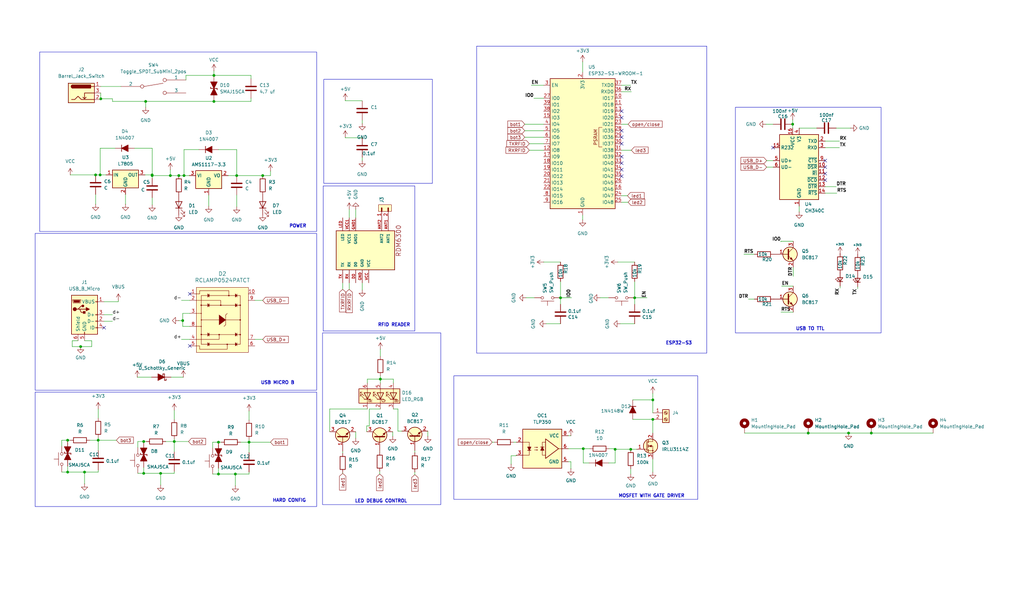
<source format=kicad_sch>
(kicad_sch (version 20231120) (generator "eeschema") (generator_version "8.0")
  (paper "User" 400 230)
  (lib_symbols
    (symbol "+3V3_1" (power) (pin_numbers hide) (pin_names (offset 0) hide)
      (property "Value" "+3V3" (at 0 3.556 0))
      (symbol "+3V3_1_1_1"
        (pin power_in line (at 0 0 90) (length 0) (name "~") (number "1"))
      )
    )
    (symbol "1N4148W_1" (pin_numbers hide) (pin_names hide)
      (property "Reference" "D2" (at -1.27 -4.572 90))
      (property "Value" "1N4148W" (at 0.762 -10.414 90))
      (symbol "1N4148W_1_1_1"
        (pin passive line (at -3.81 0 0) (length 2.54) (name "K") (number "1"))
        (pin passive line (at 3.81 0 180) (length 2.54) (name "A") (number "2"))
      )
    )
    (symbol "Connector:Barrel_Jack_Switch" (pin_names hide)
      (property "Reference" "J" (at 0 5.334 0))
      (property "Value" "Barrel_Jack_Switch" (at 0 -5.08 0))
      (symbol "Barrel_Jack_Switch_1_1"
        (pin passive line (at 7.62 2.54 180) (length 2.54) (name "~") (number "1"))
        (pin passive line (at 7.62 -2.54 180) (length 2.54) (name "~") (number "2"))
        (pin passive line (at 7.62 0 180) (length 2.54) (name "~") (number "3"))
      )
    )
    (symbol "Connector:Screw_Terminal_01x02" (pin_names (offset 1.016) hide)
      (property "Reference" "J" (at 0 2.54 0))
      (property "Value" "Screw_Terminal_01x02" (at 0 -5.08 0))
      (symbol "Screw_Terminal_01x02_1_1"
        (pin passive line (at -5.08 0 0) (length 3.81) (name "Pin_1") (number "1"))
        (pin passive line (at -5.08 -2.54 0) (length 3.81) (name "Pin_2") (number "2"))
      )
    )
    (symbol "Connector:USB_B_Micro" (pin_names (offset 1.016))
      (property "Reference" "J" (at -5.08 11.43 0))
      (property "Value" "USB_B_Micro" (at -5.08 8.89 0))
      (symbol "USB_B_Micro_1_1"
        (pin power_out line (at 7.62 5.08 180) (length 2.54) (name "VBUS") (number "1"))
        (pin bidirectional line (at 7.62 -2.54 180) (length 2.54) (name "D-") (number "2"))
        (pin bidirectional line (at 7.62 0 180) (length 2.54) (name "D+") (number "3"))
        (pin passive line (at 7.62 -5.08 180) (length 2.54) (name "ID") (number "4"))
        (pin power_out line (at 0 -10.16 90) (length 2.54) (name "GND") (number "5"))
        (pin passive line (at -2.54 -10.16 90) (length 2.54) (name "Shield") (number "6"))
      )
    )
    (symbol "Device:C" (pin_numbers hide) (pin_names (offset 0.254))
      (property "Reference" "C" (at 0.635 2.54 0))
      (property "Value" "C" (at 0.635 -2.54 0))
      (symbol "C_1_1"
        (pin passive line (at 0 3.81 270) (length 2.794) (name "~") (number "1"))
        (pin passive line (at 0 -3.81 90) (length 2.794) (name "~") (number "2"))
      )
    )
    (symbol "Device:LED" (pin_numbers hide) (pin_names (offset 1.016) hide)
      (property "Reference" "D" (at 0 2.54 0))
      (property "Value" "LED" (at 0 -2.54 0))
      (symbol "LED_1_1"
        (pin passive line (at -3.81 0 0) (length 2.54) (name "K") (number "1"))
        (pin passive line (at 3.81 0 180) (length 2.54) (name "A") (number "2"))
      )
    )
    (symbol "Device:LED_RGB" (pin_names (offset 0) hide)
      (property "Reference" "D" (at 0 9.398 0))
      (property "Value" "LED_RGB" (at 0 -8.89 0))
      (symbol "LED_RGB_0_0"
        (text "B" (at -1.905 -6.35 0) (effects (font (size 1.27 1.27))))
        (text "G" (at -1.905 -1.27 0) (effects (font (size 1.27 1.27))))
        (text "R" (at -1.905 3.81 0) (effects (font (size 1.27 1.27))))
      )
      (symbol "LED_RGB_1_1"
        (pin passive line (at -5.08 5.08 0) (length 2.54) (name "RK") (number "1"))
        (pin passive line (at -5.08 0 0) (length 2.54) (name "GK") (number "2"))
        (pin passive line (at -5.08 -5.08 0) (length 2.54) (name "BK") (number "3"))
        (pin passive line (at 5.08 -5.08 180) (length 2.54) (name "BA") (number "4"))
        (pin passive line (at 5.08 0 180) (length 2.54) (name "GA") (number "5"))
        (pin passive line (at 5.08 5.08 180) (length 2.54) (name "RA") (number "6"))
      )
    )
    (symbol "Device:LED_Small" (pin_numbers hide) (pin_names (offset 0.254) hide)
      (property "Reference" "D" (at -1.27 3.175 0))
      (property "Value" "LED_Small" (at -4.445 -2.54 0))
      (symbol "LED_Small_1_1"
        (pin passive line (at -2.54 0 0) (length 1.778) (name "K") (number "1"))
        (pin passive line (at 2.54 0 180) (length 1.778) (name "A") (number "2"))
      )
    )
    (symbol "Device:R" (pin_numbers hide) (pin_names (offset 0))
      (property "Reference" "R" (at 2.032 0 90))
      (property "Value" "R" (at 0 0 90))
      (symbol "R_1_1"
        (pin passive line (at 0 3.81 270) (length 1.27) (name "~") (number "1"))
        (pin passive line (at 0 -3.81 90) (length 1.27) (name "~") (number "2"))
      )
    )
    (symbol "GND_10" (power) (pin_numbers hide) (pin_names (offset 0) hide)
      (property "Value" "GND" (at 0 -3.81 0))
      (symbol "GND_10_1_1"
        (pin power_in line (at 0 0 270) (length 0) (name "~") (number "1"))
      )
    )
    (symbol "GND_2" (power) (pin_numbers hide) (pin_names (offset 0) hide)
      (property "Value" "GND" (at 0 -3.81 0))
      (symbol "GND_2_1_1"
        (pin power_in line (at 0 0 270) (length 0) (name "~") (number "1"))
      )
    )
    (symbol "GND_3" (power) (pin_numbers hide) (pin_names (offset 0) hide)
      (property "Value" "GND" (at 0 -3.81 0))
      (symbol "GND_3_1_1"
        (pin power_in line (at 0 0 270) (length 0) (name "~") (number "1"))
      )
    )
    (symbol "GND_4" (power) (pin_numbers hide) (pin_names (offset 0) hide)
      (property "Value" "GND" (at 0 -3.81 0))
      (symbol "GND_4_1_1"
        (pin power_in line (at 0 0 270) (length 0) (name "~") (number "1"))
      )
    )
    (symbol "GND_6" (power) (pin_numbers hide) (pin_names (offset 0) hide)
      (property "Value" "GND" (at 0 -3.81 0))
      (symbol "GND_6_1_1"
        (pin power_in line (at 0 0 270) (length 0) (name "~") (number "1"))
      )
    )
    (symbol "Interface_USB:CH340C"
      (property "Reference" "U" (at -5.08 13.97 0))
      (property "Value" "CH340C" (at 1.27 13.97 0))
      (symbol "CH340C_1_1"
        (pin power_in line (at 0 -15.24 90) (length 2.54) (name "GND") (number "1"))
        (pin input line (at 10.16 0 180) (length 2.54) (name "~{DSR}") (number "10"))
        (pin input line (at 10.16 -2.54 180) (length 2.54) (name "~{RI}") (number "11"))
        (pin input line (at 10.16 -5.08 180) (length 2.54) (name "~{DCD}") (number "12"))
        (pin output line (at 10.16 -7.62 180) (length 2.54) (name "~{DTR}") (number "13"))
        (pin output line (at 10.16 -10.16 180) (length 2.54) (name "~{RTS}") (number "14"))
        (pin input line (at -10.16 7.62 0) (length 2.54) (name "R232") (number "15"))
        (pin power_in line (at -2.54 15.24 270) (length 2.54) (name "VCC") (number "16"))
        (pin output line (at 10.16 10.16 180) (length 2.54) (name "TXD") (number "2"))
        (pin input line (at 10.16 7.62 180) (length 2.54) (name "RXD") (number "3"))
        (pin power_out line (at 0 15.24 270) (length 2.54) (name "V3") (number "4"))
        (pin bidirectional line (at -10.16 2.54 0) (length 2.54) (name "UD+") (number "5"))
        (pin bidirectional line (at -10.16 0 0) (length 2.54) (name "UD-") (number "6"))
        (pin no_connect line (at -7.62 -5.08 0) (length 2.54) hide (name "NC") (number "7"))
        (pin no_connect line (at -7.62 -7.62 0) (length 2.54) hide (name "NC") (number "8"))
        (pin input line (at 10.16 2.54 180) (length 2.54) (name "~{CTS}") (number "9"))
      )
    )
    (symbol "Mechanical:MountingHole_Pad" (pin_numbers hide) (pin_names (offset 1.016) hide) (exclude_from_sim yes) (in_bom no)
      (property "Reference" "H" (at 0 6.35 0))
      (property "Value" "MountingHole_Pad" (at 0 4.445 0))
      (symbol "MountingHole_Pad_1_1"
        (pin input line (at 0 -2.54 90) (length 2.54) (name "1") (number "1"))
      )
    )
    (symbol "PCM_4ms_Switch:Toggle_SPDT_SubMini_2pos" (pin_numbers hide) (pin_names (offset 0))
      (property "Reference" "SW" (at -5.08 3.81 0))
      (property "Value" "Toggle_SPDT_SubMini_2pos" (at -3.81 -3.81 0))
      (symbol "Toggle_SPDT_SubMini_2pos_1_1"
        (pin passive line (at 12.7 2.54 180) (length 7.62) (name "1") (number "1"))
        (pin passive line (at -12.7 0 0) (length 7.62) (name "2") (number "2"))
        (pin passive line (at 12.7 -2.54 180) (length 7.62) (name "3") (number "3"))
      )
    )
    (symbol "PCM_Diode_AKL:1N4007" (pin_numbers hide) (pin_names (offset 1.016) hide)
      (property "Reference" "D" (at 0 5.08 0))
      (property "Value" "1N4007" (at 0 2.54 0))
      (symbol "1N4007_1_1"
        (pin passive line (at 3.81 0 180) (length 2.54) (name "K") (number "1"))
        (pin passive line (at -3.81 0 0) (length 2.54) (name "A") (number "2"))
      )
    )
    (symbol "PCM_Diode_Schottky_AKL:D_Schottky_Generic" (pin_numbers hide) (pin_names (offset 1.016) hide)
      (property "Reference" "D" (at 0 5.08 0))
      (property "Value" "D_Schottky_Generic" (at 0 2.54 0))
      (symbol "D_Schottky_Generic_1_1"
        (pin passive line (at 3.81 0 180) (length 2.54) (name "K") (number "1"))
        (pin passive line (at -3.81 0 0) (length 2.54) (name "A") (number "2"))
      )
    )
    (symbol "PCM_Diode_TVS_AKL:D_TVS_Bidirectional_Generic" (pin_numbers hide) (pin_names (offset 1.016) hide)
      (property "Reference" "D" (at 0 5.08 0))
      (property "Value" "D_TVS_Bidirectional_Generic" (at 0 2.54 0))
      (symbol "D_TVS_Bidirectional_Generic_1_1"
        (pin passive line (at -5.08 0 0) (length 2.54) (name "K") (number "1"))
        (pin passive line (at 5.08 0 180) (length 2.54) (name "A") (number "2"))
      )
    )
    (symbol "PCM_Optocoupler_Gate_Driver_AKL:TLP350" (pin_names (offset 1.016))
      (property "Reference" "OC" (at -7.62 12.7 0))
      (property "Value" "TLP350" (at -7.62 10.16 0))
      (symbol "TLP350_1_1"
        (pin no_connect line (at -2.54 2.54 0) (length 2.54) hide (name "NC") (number "1"))
        (pin passive line (at -10.16 2.54 0) (length 2.54) (name "~") (number "2"))
        (pin passive line (at -10.16 -2.54 0) (length 2.54) (name "~") (number "3"))
        (pin no_connect line (at -2.54 0 0) (length 2.54) hide (name "NC") (number "4"))
        (pin power_in line (at 10.16 -5.08 180) (length 2.54) (name "GND") (number "5"))
        (pin output line (at 10.16 0 180) (length 2.54) (name "~") (number "6"))
        (pin no_connect line (at -2.54 -2.54 0) (length 2.54) hide (name "NC") (number "7"))
        (pin power_in line (at 10.16 5.08 180) (length 2.54) (name "VCC") (number "8"))
      )
    )
    (symbol "PCM_SL_Pin_Headers:PINHD_1x2_Male"
      (property "Reference" "J" (at 0 6.35 0))
      (property "Value" "PINHD_1x2_Male" (at 0 3.81 0))
      (symbol "PINHD_1x2_Male_1_1"
        (pin passive line (at -3.81 1.27 0) (length 2.54) (name "") (number "1"))
        (pin passive line (at -3.81 -1.27 0) (length 2.54) (name "") (number "2"))
      )
    )
    (symbol "PCM_Transistor_BJT_AKL:BC817" (pin_names hide)
      (property "Reference" "Q" (at 5.08 1.27 0))
      (property "Value" "BC817" (at 5.08 -1.27 0))
      (symbol "BC817_1_1"
        (pin input line (at -5.08 0 0) (length 5.715) (name "B") (number "1"))
        (pin passive line (at 2.54 -5.08 90) (length 2.54) (name "E") (number "2"))
        (pin passive line (at 2.54 5.08 270) (length 2.54) (name "C") (number "3"))
      )
    )
    (symbol "PCM_Transistor_MOSFET_AKL:IRLU3114Z" (pin_names hide)
      (property "Reference" "Q" (at 5.08 1.27 0))
      (property "Value" "IRLU3114Z" (at 5.08 -1.27 0))
      (symbol "IRLU3114Z_1_1"
        (pin input line (at -3.81 -1.27 0) (length 2.54) (name "G") (number "1"))
        (pin passive line (at 2.54 5.08 270) (length 2.54) (name "D") (number "2"))
        (pin passive line (at 2.54 -5.08 90) (length 2.54) (name "S") (number "3"))
      )
    )
    (symbol "RDM6300:RDM6300" (pin_names (offset 1.016))
      (symbol "RDM6300_0_0"
        (text "RDM6300" (at -2.54 -12.7 0) (effects (font (size 1.778 1.778)) (justify left bottom)))
        (pin bidirectional line (at 12.7 -7.62 180) (length 5.08) (name "ANT1") (number "ANT1"))
        (pin bidirectional line (at 12.7 -5.08 180) (length 5.08) (name "ANT2") (number "ANT2"))
        (pin bidirectional line (at -12.7 5.08 0) (length 5.08) (name "D0") (number "D0"))
        (pin bidirectional line (at -12.7 2.54 0) (length 5.08) (name "GND") (number "GND"))
        (pin bidirectional line (at 12.7 5.08 180) (length 5.08) (name "GND1") (number "GND1"))
        (pin bidirectional line (at 12.7 10.16 180) (length 5.08) (name "LED") (number "LED"))
        (pin bidirectional line (at -12.7 7.62 0) (length 5.08) (name "RX") (number "RX"))
        (pin bidirectional line (at -12.7 10.16 0) (length 5.08) (name "TX") (number "TX"))
        (pin bidirectional line (at -12.7 0 0) (length 5.08) (name "VCC") (number "VCC"))
        (pin bidirectional line (at 12.7 7.62 180) (length 5.08) (name "VCC1") (number "VCC1"))
      )
    )
    (symbol "RF_Module:ESP32-S3-WROOM-1"
      (property "Reference" "U" (at -12.7 26.67 0))
      (property "Value" "ESP32-S3-WROOM-1" (at 12.7 26.67 0))
      (symbol "ESP32-S3-WROOM-1_0_0"
        (text "PSRAM" (at 5.08 2.54 900) (effects (font (size 1.27 1.27))))
      )
      (symbol "ESP32-S3-WROOM-1_1_1"
        (pin power_in line (at 0 -27.94 90) (length 2.54) (name "GND") (number "1"))
        (pin bidirectional line (at 15.24 17.78 180) (length 2.54) (name "IO17") (number "10"))
        (pin bidirectional line (at 15.24 15.24 180) (length 2.54) (name "IO18") (number "11"))
        (pin bidirectional line (at -15.24 -2.54 0) (length 2.54) (name "IO8") (number "12"))
        (pin bidirectional line (at 15.24 12.7 180) (length 2.54) (name "IO19") (number "13"))
        (pin bidirectional line (at 15.24 10.16 180) (length 2.54) (name "IO20") (number "14"))
        (pin bidirectional line (at -15.24 10.16 0) (length 2.54) (name "IO3") (number "15"))
        (pin bidirectional line (at 15.24 -17.78 180) (length 2.54) (name "IO46") (number "16"))
        (pin bidirectional line (at -15.24 -5.08 0) (length 2.54) (name "IO9") (number "17"))
        (pin bidirectional line (at -15.24 -7.62 0) (length 2.54) (name "IO10") (number "18"))
        (pin bidirectional line (at -15.24 -10.16 0) (length 2.54) (name "IO11") (number "19"))
        (pin power_in line (at 0 27.94 270) (length 2.54) (name "3V3") (number "2"))
        (pin bidirectional line (at -15.24 -12.7 0) (length 2.54) (name "IO12") (number "20"))
        (pin bidirectional line (at -15.24 -15.24 0) (length 2.54) (name "IO13") (number "21"))
        (pin bidirectional line (at -15.24 -17.78 0) (length 2.54) (name "IO14") (number "22"))
        (pin bidirectional line (at 15.24 7.62 180) (length 2.54) (name "IO21") (number "23"))
        (pin bidirectional line (at 15.24 -20.32 180) (length 2.54) (name "IO47") (number "24"))
        (pin bidirectional line (at 15.24 -22.86 180) (length 2.54) (name "IO48") (number "25"))
        (pin bidirectional line (at 15.24 -15.24 180) (length 2.54) (name "IO45") (number "26"))
        (pin bidirectional line (at -15.24 17.78 0) (length 2.54) (name "IO0") (number "27"))
        (pin bidirectional line (at 15.24 5.08 180) (length 2.54) (name "IO35") (number "28"))
        (pin bidirectional line (at 15.24 2.54 180) (length 2.54) (name "IO36") (number "29"))
        (pin input line (at -15.24 22.86 0) (length 2.54) (name "EN") (number "3"))
        (pin bidirectional line (at 15.24 0 180) (length 2.54) (name "IO37") (number "30"))
        (pin bidirectional line (at 15.24 -2.54 180) (length 2.54) (name "IO38") (number "31"))
        (pin bidirectional line (at 15.24 -5.08 180) (length 2.54) (name "IO39") (number "32"))
        (pin bidirectional line (at 15.24 -7.62 180) (length 2.54) (name "IO40") (number "33"))
        (pin bidirectional line (at 15.24 -10.16 180) (length 2.54) (name "IO41") (number "34"))
        (pin bidirectional line (at 15.24 -12.7 180) (length 2.54) (name "IO42") (number "35"))
        (pin bidirectional line (at 15.24 20.32 180) (length 2.54) (name "RXD0") (number "36"))
        (pin bidirectional line (at 15.24 22.86 180) (length 2.54) (name "TXD0") (number "37"))
        (pin bidirectional line (at -15.24 12.7 0) (length 2.54) (name "IO2") (number "38"))
        (pin bidirectional line (at -15.24 15.24 0) (length 2.54) (name "IO1") (number "39"))
        (pin bidirectional line (at -15.24 7.62 0) (length 2.54) (name "IO4") (number "4"))
        (pin passive line (at 0 -27.94 90) (length 2.54) hide (name "GND") (number "40"))
        (pin passive line (at 0 -27.94 90) (length 2.54) hide (name "GND") (number "41"))
        (pin bidirectional line (at -15.24 5.08 0) (length 2.54) (name "IO5") (number "5"))
        (pin bidirectional line (at -15.24 2.54 0) (length 2.54) (name "IO6") (number "6"))
        (pin bidirectional line (at -15.24 0 0) (length 2.54) (name "IO7") (number "7"))
        (pin bidirectional line (at -15.24 -20.32 0) (length 2.54) (name "IO15") (number "8"))
        (pin bidirectional line (at -15.24 -22.86 0) (length 2.54) (name "IO16") (number "9"))
      )
    )
    (symbol "Regulator_Linear:AMS1117-3.3"
      (property "Reference" "U" (at -3.81 3.175 0))
      (property "Value" "AMS1117-3.3" (at 0 3.175 0))
      (symbol "AMS1117-3.3_1_1"
        (pin power_in line (at 0 -7.62 90) (length 2.54) (name "GND") (number "1"))
        (pin power_out line (at 7.62 0 180) (length 2.54) (name "VO") (number "2"))
        (pin power_in line (at -7.62 0 0) (length 2.54) (name "VI") (number "3"))
      )
    )
    (symbol "Regulator_Linear:L7805" (pin_names (offset 0.254))
      (property "Reference" "U" (at -3.81 3.175 0))
      (property "Value" "L7805" (at 0 3.175 0))
      (symbol "L7805_1_1"
        (pin power_in line (at -7.62 0 0) (length 2.54) (name "IN") (number "1"))
        (pin power_in line (at 0 -7.62 90) (length 2.54) (name "GND") (number "2"))
        (pin power_out line (at 7.62 0 180) (length 2.54) (name "OUT") (number "3"))
      )
    )
    (symbol "Switch:SW_Push" (pin_numbers hide) (pin_names (offset 1.016) hide)
      (property "Reference" "SW" (at 1.27 2.54 0))
      (property "Value" "SW_Push" (at 0 -1.524 0))
      (symbol "SW_Push_0_1"
        (pin passive line (at -5.08 0 0) (length 2.54) (name "1") (number "1"))
        (pin passive line (at 5.08 0 180) (length 2.54) (name "2") (number "2"))
      )
    )
    (symbol "dk_TVS-Diodes:RCLAMP0524PATCT" (pin_names (offset 1.016))
      (property "Reference" "D" (at -10.4902 13.6906 0))
      (property "Value" "RCLAMP0524PATCT" (at -0.0254 -14.0462 0))
      (symbol "RCLAMP0524PATCT_1_1"
        (pin input line (at -12.7 10.16 0) (length 2.54) (name "~") (number "1"))
        (pin output line (at 12.7 10.16 180) (length 2.54) (name "~") (number "10"))
        (pin input line (at -12.7 7.62 0) (length 2.54) (name "~") (number "2"))
        (pin power_in line (at -12.7 2.54 0) (length 2.54) (name "~") (number "3"))
        (pin input line (at -12.7 -7.62 0) (length 2.54) (name "~") (number "4"))
        (pin input line (at -12.7 -10.16 0) (length 2.54) (name "~") (number "5"))
        (pin output line (at 12.7 -10.16 180) (length 2.54) (name "~") (number "6"))
        (pin output line (at 12.7 -7.62 180) (length 2.54) (name "~") (number "7"))
        (pin power_in line (at -12.7 -2.54 0) (length 2.54) (name "~") (number "8"))
        (pin output line (at 12.7 7.62 180) (length 2.54) (name "~") (number "9"))
      )
    )
    (symbol "power:+3V3" (power) (pin_numbers hide) (pin_names (offset 0) hide)
      (property "Value" "+3V3" (at 0 3.556 0))
      (symbol "+3V3_1_1"
        (pin power_in line (at 0 0 90) (length 0) (name "~") (number "1"))
      )
    )
    (symbol "power:+5V" (power) (pin_numbers hide) (pin_names (offset 0) hide)
      (property "Value" "+5V" (at 0 3.556 0))
      (symbol "+5V_1_1"
        (pin power_in line (at 0 0 90) (length 0) (name "~") (number "1"))
      )
    )
    (symbol "power:GND" (power) (pin_numbers hide) (pin_names (offset 0) hide)
      (property "Value" "GND" (at 0 -3.81 0))
      (symbol "GND_1_1"
        (pin power_in line (at 0 0 270) (length 0) (name "~") (number "1"))
      )
    )
    (symbol "power:VBUS" (power) (pin_numbers hide) (pin_names (offset 0) hide)
      (property "Value" "VBUS" (at 0 3.556 0))
      (symbol "VBUS_1_1"
        (pin power_in line (at 0 0 90) (length 0) (name "~") (number "1"))
      )
    )
    (symbol "power:VCC" (power) (pin_numbers hide) (pin_names (offset 0) hide)
      (property "Value" "VCC" (at 0 3.556 0))
      (symbol "VCC_1_1"
        (pin power_in line (at 0 0 90) (length 0) (name "~") (number "1"))
      )
    )
  )
  (junction (at 56.134 172.466))
  (junction (at 71.374 125.222))
  (junction (at 102.616 68.58))
  (junction (at 31.496 135.382))
  (junction (at 39.116 68.326))
  (junction (at 340.36 169.164))
  (junction (at 56.896 39.624))
  (junction (at 227.838 175.26))
  (junction (at 91.948 185.166))
  (junction (at 315.722 169.164))
  (junction (at 71.882 68.58))
  (junction (at 255.016 156.21))
  (junction (at 331.47 169.164))
  (junction (at 59.436 68.58))
  (junction (at 218.948 116.332))
  (junction (at 66.548 68.58))
  (junction (at 56.134 184.912))
  (junction (at 59.436 68.326))
  (junction (at 26.416 171.958))
  (junction (at 148.59 148.082))
  (junction (at 33.02 184.404))
  (junction (at 83.566 39.624))
  (junction (at 240.284 175.514))
  (junction (at 62.738 184.912))
  (junction (at 38.354 171.958))
  (junction (at 37.338 68.326))
  (junction (at 68.072 172.466))
  (junction (at 69.85 68.58))
  (junction (at 92.456 68.58))
  (junction (at 97.282 172.72))
  (junction (at 85.344 185.166))
  (junction (at 255.016 163.83))
  (junction (at 309.626 48.514))
  (junction (at 246.38 175.514))
  (junction (at 247.904 116.332))
  (junction (at 26.416 184.404))
  (junction (at 83.566 29.464))
  (junction (at 39.37 38.608))
  (junction (at 85.344 172.72))
  (no_connect (at 242.824 56.134))
  (no_connect (at 322.326 67.818))
  (no_connect (at 242.824 63.754))
  (no_connect (at 242.824 61.214))
  (no_connect (at 322.326 70.358))
  (no_connect (at 74.168 135.128))
  (no_connect (at 302.006 57.658))
  (no_connect (at 242.824 68.834))
  (no_connect (at 242.824 43.434))
  (no_connect (at 242.824 51.054))
  (no_connect (at 322.326 65.278))
  (no_connect (at 74.168 114.808))
  (no_connect (at 242.824 53.594))
  (no_connect (at 242.824 66.294))
  (no_connect (at 40.64 128.016))
  (no_connect (at 322.326 62.738))
  (no_connect (at 242.824 45.974))
  (wire (pts (xy 91.948 185.166) (xy 97.282 185.166)))
  (wire (pts (xy 218.948 118.872) (xy 218.948 116.332)))
  (wire (pts (xy 255.016 153.67) (xy 255.016 156.21)))
  (wire (pts (xy 91.948 189.738) (xy 91.948 185.166)))
  (wire (pts (xy 328.168 111.76) (xy 328.168 112.522)))
  (wire (pts (xy 299.212 48.514) (xy 302.006 48.514)))
  (wire (pts (xy 242.824 76.454) (xy 245.11 76.454)))
  (wire (pts (xy 167.132 168.402) (xy 167.132 170.434)))
  (wire (pts (xy 92.456 68.58) (xy 102.616 68.58)))
  (wire (pts (xy 44.958 57.912) (xy 39.116 57.912)))
  (wire (pts (xy 143.256 166.37) (xy 143.256 168.656)))
  (wire (pts (xy 143.51 148.082) (xy 148.59 148.082)))
  (wire (pts (xy 24.13 184.404) (xy 26.416 184.404)))
  (wire (pts (xy 68.072 172.466) (xy 68.072 176.53)))
  (wire (pts (xy 24.13 171.958) (xy 24.13 174.244)))
  (wire (pts (xy 255.016 163.83) (xy 255.016 169.164)))
  (wire (pts (xy 364.49 169.164) (xy 340.36 169.164)))
  (wire (pts (xy 85.344 182.88) (xy 85.344 185.166)))
  (wire (pts (xy 305.054 121.92) (xy 309.88 121.92)))
  (wire (pts (xy 59.436 68.58) (xy 66.548 68.58)))
  (wire (pts (xy 39.116 68.326) (xy 41.402 68.326)))
  (wire (pts (xy 322.326 55.118) (xy 327.914 55.118)))
  (wire (pts (xy 143.51 149.606) (xy 143.51 148.082)))
  (wire (pts (xy 85.344 172.72) (xy 86.36 172.72)))
  (wire (pts (xy 326.644 50.038) (xy 332.232 50.038)))
  (wire (pts (xy 290.83 169.164) (xy 315.722 169.164)))
  (wire (pts (xy 240.284 175.514) (xy 240.284 180.848)))
  (wire (pts (xy 71.882 58.42) (xy 71.882 68.58)))
  (wire (pts (xy 153.416 168.656) (xy 153.416 170.434)))
  (wire (pts (xy 299.466 62.738) (xy 302.006 62.738)))
  (wire (pts (xy 221.996 180.34) (xy 223.012 180.34)))
  (wire (pts (xy 83.058 172.72) (xy 83.058 175.006)))
  (wire (pts (xy 128.778 168.656) (xy 128.778 159.766)))
  (wire (pts (xy 28.194 133.096) (xy 30.48 133.096)))
  (wire (pts (xy 43.942 39.624) (xy 56.896 39.624)))
  (wire (pts (xy 92.456 76.2) (xy 92.456 80.772)))
  (wire (pts (xy 133.858 177.038) (xy 133.858 176.276)))
  (wire (pts (xy 89.154 68.58) (xy 92.456 68.58)))
  (wire (pts (xy 247.142 156.21) (xy 255.016 156.21)))
  (wire (pts (xy 335.026 112.014) (xy 335.026 112.776)))
  (wire (pts (xy 39.37 38.608) (xy 43.942 38.608)))
  (wire (pts (xy 309.626 46.736) (xy 309.626 48.514)))
  (wire (pts (xy 246.38 175.514) (xy 248.666 175.514)))
  (wire (pts (xy 56.134 184.912) (xy 62.738 184.912)))
  (wire (pts (xy 205.486 116.332) (xy 208.788 116.332)))
  (wire (pts (xy 223.012 180.34) (xy 223.012 183.134)))
  (wire (pts (xy 134.874 39.116) (xy 134.874 39.37)))
  (wire (pts (xy 242.824 35.814) (xy 246.634 35.814)))
  (wire (pts (xy 66.548 68.58) (xy 69.85 68.58)))
  (wire (pts (xy 59.436 57.912) (xy 52.578 57.912)))
  (wire (pts (xy 35.052 171.958) (xy 38.354 171.958)))
  (wire (pts (xy 38.354 171.958) (xy 45.466 171.958)))
  (wire (pts (xy 59.436 69.596) (xy 59.436 68.58)))
  (wire (pts (xy 218.948 116.332) (xy 218.948 109.982)))
  (wire (pts (xy 206.756 56.134) (xy 212.344 56.134)))
  (wire (pts (xy 255.016 156.21) (xy 255.016 161.29)))
  (wire (pts (xy 39.37 36.322) (xy 39.37 38.608)))
  (wire (pts (xy 38.354 170.942) (xy 38.354 171.958)))
  (wire (pts (xy 56.642 68.326) (xy 59.436 68.326)))
  (wire (pts (xy 290.576 99.314) (xy 294.64 99.314)))
  (wire (pts (xy 312.166 50.038) (xy 319.024 50.038)))
  (wire (pts (xy 99.568 117.348) (xy 102.616 117.348)))
  (wire (pts (xy 98.044 38.354) (xy 98.044 39.624)))
  (wire (pts (xy 77.724 58.42) (xy 71.882 58.42)))
  (wire (pts (xy 148.59 146.812) (xy 148.59 148.082)))
  (wire (pts (xy 74.168 132.588) (xy 70.866 132.588)))
  (wire (pts (xy 46.228 117.348) (xy 46.228 117.856)))
  (wire (pts (xy 56.134 182.626) (xy 56.134 184.912)))
  (wire (pts (xy 71.374 125.222) (xy 71.374 127.508)))
  (wire (pts (xy 128.778 159.766) (xy 143.51 159.766)))
  (wire (pts (xy 246.38 183.134) (xy 246.38 185.166)))
  (wire (pts (xy 227.584 85.852) (xy 227.584 84.074)))
  (wire (pts (xy 102.616 68.58) (xy 105.664 68.58)))
  (wire (pts (xy 201.676 177.8) (xy 201.676 178.054)))
  (wire (pts (xy 40.64 117.856) (xy 46.228 117.856)))
  (wire (pts (xy 305.054 94.234) (xy 309.88 94.234)))
  (wire (pts (xy 39.37 33.782) (xy 47.244 33.782)))
  (wire (pts (xy 26.416 182.118) (xy 26.416 184.404)))
  (wire (pts (xy 69.85 68.58) (xy 71.882 68.58)))
  (wire (pts (xy 230.124 180.848) (xy 227.838 180.848)))
  (wire (pts (xy 81.534 76.2) (xy 81.534 80.518)))
  (wire (pts (xy 24.13 171.958) (xy 26.416 171.958)))
  (wire (pts (xy 299.466 65.278) (xy 302.006 65.278)))
  (wire (pts (xy 148.59 136.398) (xy 148.59 139.192)))
  (wire (pts (xy 242.824 48.514) (xy 245.364 48.514)))
  (wire (pts (xy 213.36 126.492) (xy 218.948 126.492)))
  (wire (pts (xy 141.478 48.26) (xy 141.478 46.99)))
  (wire (pts (xy 227.838 175.26) (xy 230.378 175.26)))
  (wire (pts (xy 242.316 126.492) (xy 247.904 126.492)))
  (wire (pts (xy 27.432 68.326) (xy 37.338 68.326)))
  (wire (pts (xy 247.904 116.332) (xy 247.904 109.982)))
  (wire (pts (xy 64.77 172.466) (xy 68.072 172.466)))
  (wire (pts (xy 326.644 72.898) (xy 322.326 72.898)))
  (wire (pts (xy 237.998 175.26) (xy 240.284 175.26)))
  (wire (pts (xy 144.272 159.766) (xy 144.272 166.37)))
  (wire (pts (xy 74.168 117.348) (xy 70.866 117.348)))
  (wire (pts (xy 92.456 68.58) (xy 92.456 58.42)))
  (wire (pts (xy 309.626 48.514) (xy 309.626 50.038)))
  (wire (pts (xy 38.354 184.404) (xy 38.354 183.642)))
  (wire (pts (xy 204.978 51.054) (xy 212.344 51.054)))
  (wire (pts (xy 56.896 39.624) (xy 83.566 39.624)))
  (wire (pts (xy 247.904 118.872) (xy 247.904 116.332)))
  (wire (pts (xy 134.874 53.594) (xy 134.874 53.848)))
  (wire (pts (xy 98.044 30.734) (xy 98.044 29.464)))
  (wire (pts (xy 141.478 113.284) (xy 141.478 110.49)))
  (wire (pts (xy 292.354 116.84) (xy 294.64 116.84)))
  (wire (pts (xy 148.59 159.766) (xy 144.272 159.766)))
  (wire (pts (xy 305.308 111.76) (xy 309.88 111.76)))
  (wire (pts (xy 242.824 33.274) (xy 246.38 33.274)))
  (wire (pts (xy 153.67 148.082) (xy 153.67 149.606)))
  (wire (pts (xy 26.416 171.958) (xy 27.432 171.958)))
  (wire (pts (xy 68.072 184.912) (xy 68.072 184.15)))
  (wire (pts (xy 162.052 176.784) (xy 162.052 176.022)))
  (wire (pts (xy 331.47 169.164) (xy 340.36 169.164)))
  (wire (pts (xy 206.756 58.674) (xy 212.344 58.674)))
  (wire (pts (xy 83.566 27.686) (xy 83.566 29.464)))
  (wire (pts (xy 37.338 75.946) (xy 37.338 79.756)))
  (wire (pts (xy 221.996 170.18) (xy 223.012 170.18)))
  (wire (pts (xy 39.37 38.608) (xy 39.37 38.862)))
  (wire (pts (xy 53.848 172.466) (xy 53.848 174.752)))
  (wire (pts (xy 53.848 184.912) (xy 56.134 184.912)))
  (wire (pts (xy 31.496 135.382) (xy 35.814 135.382)))
  (wire (pts (xy 93.98 172.72) (xy 97.282 172.72)))
  (wire (pts (xy 218.948 116.332) (xy 223.266 116.332)))
  (wire (pts (xy 49.022 75.946) (xy 49.022 79.756)))
  (wire (pts (xy 221.996 175.26) (xy 227.838 175.26)))
  (wire (pts (xy 141.478 62.738) (xy 141.478 61.468)))
  (wire (pts (xy 322.326 75.438) (xy 326.898 75.438)))
  (wire (pts (xy 53.594 147.32) (xy 59.182 147.32)))
  (wire (pts (xy 212.344 102.362) (xy 218.948 102.362)))
  (wire (pts (xy 240.284 175.514) (xy 246.38 175.514)))
  (wire (pts (xy 199.644 178.054) (xy 199.644 181.356)))
  (wire (pts (xy 72.644 31.242) (xy 72.644 29.464)))
  (wire (pts (xy 309.88 104.394) (xy 309.88 107.95)))
  (wire (pts (xy 71.882 68.58) (xy 73.914 68.58)))
  (wire (pts (xy 59.436 68.326) (xy 59.436 57.912)))
  (wire (pts (xy 74.168 127.508) (xy 71.374 127.508)))
  (wire (pts (xy 144.272 166.37) (xy 143.256 166.37)))
  (wire (pts (xy 33.02 188.976) (xy 33.02 184.404)))
  (wire (pts (xy 72.644 29.464) (xy 83.566 29.464)))
  (wire (pts (xy 38.354 171.958) (xy 38.354 176.022)))
  (wire (pts (xy 68.072 171.45) (xy 68.072 172.466)))
  (wire (pts (xy 97.282 160.528) (xy 97.282 164.084)))
  (wire (pts (xy 59.436 68.58) (xy 59.436 68.326)))
  (wire (pts (xy 99.568 132.588) (xy 102.616 132.588)))
  (wire (pts (xy 242.824 78.994) (xy 245.364 78.994)))
  (wire (pts (xy 315.722 169.164) (xy 331.47 169.164)))
  (wire (pts (xy 66.548 66.294) (xy 66.548 68.58)))
  (wire (pts (xy 83.566 39.624) (xy 98.044 39.624)))
  (wire (pts (xy 242.824 58.674) (xy 246.634 58.674)))
  (wire (pts (xy 241.3 102.362) (xy 247.904 102.362)))
  (wire (pts (xy 134.874 53.848) (xy 141.478 53.848)))
  (wire (pts (xy 312.166 80.518) (xy 312.166 82.804)))
  (wire (pts (xy 148.336 176.53) (xy 148.336 176.276)))
  (wire (pts (xy 97.282 172.72) (xy 97.282 176.784)))
  (wire (pts (xy 97.282 172.72) (xy 105.664 172.72)))
  (wire (pts (xy 62.738 184.912) (xy 68.072 184.912)))
  (wire (pts (xy 148.59 148.082) (xy 153.67 148.082)))
  (wire (pts (xy 62.738 189.484) (xy 62.738 184.912)))
  (wire (pts (xy 28.194 135.382) (xy 31.496 135.382)))
  (wire (pts (xy 208.534 38.354) (xy 212.344 38.354)))
  (wire (pts (xy 138.938 168.656) (xy 138.938 171.196)))
  (wire (pts (xy 105.664 66.802) (xy 105.664 68.58)))
  (wire (pts (xy 26.416 184.404) (xy 33.02 184.404)))
  (wire (pts (xy 74.168 122.428) (xy 71.374 122.428)))
  (wire (pts (xy 240.284 180.848) (xy 237.744 180.848)))
  (wire (pts (xy 71.374 125.222) (xy 69.85 125.222)))
  (wire (pts (xy 227.584 24.13) (xy 227.584 28.194)))
  (wire (pts (xy 148.336 184.15) (xy 148.336 185.166)))
  (wire (pts (xy 38.354 159.766) (xy 38.354 163.322)))
  (wire (pts (xy 227.838 180.848) (xy 227.838 175.26)))
  (wire (pts (xy 192.278 172.72) (xy 193.04 172.72)))
  (wire (pts (xy 40.64 125.476) (xy 43.942 125.476)))
  (wire (pts (xy 85.344 58.42) (xy 92.456 58.42)))
  (wire (pts (xy 37.338 68.326) (xy 39.116 68.326)))
  (wire (pts (xy 28.194 133.096) (xy 28.194 135.382)))
  (wire (pts (xy 83.566 29.464) (xy 98.044 29.464)))
  (wire (pts (xy 247.904 116.332) (xy 252.73 116.332)))
  (wire (pts (xy 212.344 33.274) (xy 207.518 33.274)))
  (wire (pts (xy 136.398 85.09) (xy 136.398 81.788)))
  (wire (pts (xy 39.116 57.912) (xy 39.116 68.326)))
  (wire (pts (xy 53.848 172.466) (xy 56.134 172.466)))
  (wire (pts (xy 83.058 172.72) (xy 85.344 172.72)))
  (wire (pts (xy 59.436 77.216) (xy 59.436 80.01)))
  (wire (pts (xy 204.978 53.594) (xy 212.344 53.594)))
  (wire (pts (xy 162.052 184.404) (xy 162.052 185.42)))
  (wire (pts (xy 133.858 113.03) (xy 133.858 110.49)))
  (wire (pts (xy 234.442 116.332) (xy 237.744 116.332)))
  (wire (pts (xy 201.676 178.054) (xy 199.644 178.054)))
  (wire (pts (xy 138.938 85.09) (xy 138.938 81.788)))
  (wire (pts (xy 85.344 185.166) (xy 91.948 185.166)))
  (wire (pts (xy 33.02 184.404) (xy 38.354 184.404)))
  (wire (pts (xy 68.072 172.466) (xy 73.66 172.466)))
  (wire (pts (xy 35.814 133.096) (xy 33.02 133.096)))
  (wire (pts (xy 247.142 163.83) (xy 255.016 163.83)))
  (wire (pts (xy 136.398 113.03) (xy 136.398 110.49)))
  (wire (pts (xy 148.59 148.082) (xy 148.59 149.606)))
  (wire (pts (xy 134.874 39.37) (xy 141.478 39.37)))
  (wire (pts (xy 83.058 185.166) (xy 85.344 185.166)))
  (wire (pts (xy 71.374 122.428) (xy 71.374 125.222)))
  (wire (pts (xy 305.054 94.488) (xy 305.054 94.234)))
  (wire (pts (xy 133.858 184.912) (xy 133.858 184.658)))
  (wire (pts (xy 97.282 171.704) (xy 97.282 172.72)))
  (wire (pts (xy 200.66 172.72) (xy 201.676 172.72)))
  (wire (pts (xy 155.448 168.402) (xy 155.448 159.766)))
  (wire (pts (xy 97.282 185.166) (xy 97.282 184.404)))
  (wire (pts (xy 56.896 39.624) (xy 56.896 41.91)))
  (wire (pts (xy 56.134 172.466) (xy 57.15 172.466)))
  (wire (pts (xy 43.942 38.608) (xy 43.942 39.624)))
  (wire (pts (xy 35.814 133.096) (xy 35.814 135.382)))
  (wire (pts (xy 155.448 159.766) (xy 153.67 159.766)))
  (wire (pts (xy 66.802 147.32) (xy 71.628 147.32)))
  (wire (pts (xy 156.972 168.402) (xy 155.448 168.402)))
  (wire (pts (xy 240.284 175.26) (xy 240.284 175.514)))
  (wire (pts (xy 255.016 179.324) (xy 255.016 184.404)))
  (wire (pts (xy 204.978 48.514) (xy 212.344 48.514)))
  (wire (pts (xy 68.072 160.274) (xy 68.072 163.83)))
  (wire (pts (xy 322.326 57.658) (xy 327.914 57.658)))
  (wire (pts (xy 40.64 122.936) (xy 43.942 122.936)))
  (rectangle (start 13.716 91.186) (end 123.698 152.4))
  (rectangle (start 126.492 30.988) (end 168.91 71.628))
  (rectangle (start 13.716 153.162) (end 123.698 197.866))
  (rectangle (start 287.274 41.91) (end 344.17 130.048))
  (rectangle (start 186.182 18.034) (end 276.098 137.922))
  (rectangle (start 125.984 130.048) (end 172.212 197.104))
  (rectangle (start 126.238 72.644) (end 162.052 129.286))
  (rectangle (start 177.292 146.812) (end 272.542 195.072))
  (rectangle (start 15.494 20.32) (end 123.698 90.424))
  (text "POWER\n" (at 116.332 88.392 0) (effects (font (size 1.27 1.27) (bold yes))))
  (text "HARD CONFIG\n" (at 113.03 195.58 0) (effects (font (size 1.27 1.27) (bold yes))))
  (text "USB MICRO B\n" (at 108.458 149.606 0) (effects (font (size 1.27 1.27) (bold yes))))
  (text "MOSFET WITH GATE DRIVER\n" (at 254.508 193.802 0) (effects (font (size 1.27 1.27) (bold yes))))
  (text "RFID READER\n" (at 153.924 127 0) (effects (font (size 1.27 1.27) (bold yes))))
  (text "ESP32-S3" (at 265.176 134.112 0) (effects (font (size 1.27 1.27) (bold yes))))
  (text "USB TO TTL\n" (at 316.484 128.524 0) (effects (font (size 1.27 1.27) (bold yes))))
  (text "LED DEBUG CONTROL" (at 148.844 195.834 0) (effects (font (size 1.27 1.27) (bold yes))))
  (label "TX" (at 335.026 112.776 270) (effects (font (bold yes))))
  (label "IO0" (at 208.534 38.354 180) (effects (font (thickness 0.254) (bold yes))))
  (label "RTS" (at 290.576 99.314 0) (effects (font (thickness 0.254) (bold yes))))
  (label "EN" (at 252.73 116.332 90) (effects (font (thickness 0.254) (bold yes))))
  (label "d-" (at 43.942 125.476 0))
  (label "d+" (at 43.942 122.936 0))
  (label "RTS" (at 326.898 75.438 0) (effects (font (bold yes))))
  (label "RTS" (at 305.054 121.92 0) (effects (font (thickness 0.254) (bold yes))))
  (label "IO0" (at 305.054 94.488 180) (effects (font (thickness 0.254) (bold yes))))
  (label "RX" (at 327.914 55.118 0) (effects (font (bold yes))))
  (label "DTR" (at 326.644 72.898 0) (effects (font (bold yes))))
  (label "DTR" (at 309.88 107.95 90) (effects (font (thickness 0.254) (bold yes))))
  (label "TX" (at 246.38 33.274 0) (effects (font (bold yes))))
  (label "DTR" (at 292.354 116.84 180) (effects (font (thickness 0.254) (bold yes))))
  (label "TX" (at 327.914 57.658 0) (effects (font (bold yes))))
  (label "RX" (at 246.634 35.814 180) (effects (font (bold yes))))
  (label "EN" (at 305.308 111.76 0) (effects (font (thickness 0.254) (bold yes))))
  (label "d-" (at 70.866 117.348 180))
  (label "d+" (at 70.866 132.588 180))
  (label "EN" (at 207.518 33.274 0) (effects (font (thickness 0.254) (bold yes))))
  (label "IO0" (at 223.266 116.332 90) (effects (font (thickness 0.254) (bold yes))))
  (label "RX" (at 328.168 112.522 270) (effects (font (bold yes))))
  (global_label "bot2" (shape input) (at 73.66 172.466 0) (property "Intersheetrefs" "${INTERSHEET_REFS}" (effects (hide yes))))
  (global_label "bot1" (shape input) (at 105.664 172.72 0) (property "Intersheetrefs" "${INTERSHEET_REFS}" (effects (hide yes))))
  (global_label "bot3" (shape input) (at 204.978 53.594 180) (property "Intersheetrefs" "${INTERSHEET_REFS}" (effects (hide yes))))
  (global_label "open{slash}close" (shape input) (at 192.278 172.72 180) (property "Intersheetrefs" "${INTERSHEET_REFS}" (effects (hide yes))))
  (global_label "led3" (shape input) (at 246.634 58.674 0) (property "Intersheetrefs" "${INTERSHEET_REFS}" (effects (hide yes))))
  (global_label "RXRFID" (shape input) (at 136.398 113.03 270) (property "Intersheetrefs" "${INTERSHEET_REFS}" (effects (hide yes))))
  (global_label "USB_D+" (shape input) (at 102.616 132.588 0) (property "Intersheetrefs" "${INTERSHEET_REFS}" (effects (hide yes))))
  (global_label "USB_D-" (shape input) (at 299.466 65.278 180) (property "Intersheetrefs" "${INTERSHEET_REFS}" (effects (hide yes))))
  (global_label "bot2" (shape input) (at 204.978 51.054 180) (property "Intersheetrefs" "${INTERSHEET_REFS}" (effects (hide yes))))
  (global_label "led2" (shape input) (at 245.364 78.994 0) (property "Intersheetrefs" "${INTERSHEET_REFS}" (effects (hide yes))))
  (global_label "led3" (shape input) (at 162.052 185.42 270) (property "Intersheetrefs" "${INTERSHEET_REFS}" (effects (hide yes))))
  (global_label "RXRFID" (shape input) (at 206.756 58.674 180) (property "Intersheetrefs" "${INTERSHEET_REFS}" (effects (hide yes))))
  (global_label "led2" (shape input) (at 148.336 185.166 270) (property "Intersheetrefs" "${INTERSHEET_REFS}" (effects (hide yes))))
  (global_label "TXRFID" (shape input) (at 133.858 113.03 270) (property "Intersheetrefs" "${INTERSHEET_REFS}" (effects (hide yes))))
  (global_label "USB_D-" (shape input) (at 102.616 117.348 0) (property "Intersheetrefs" "${INTERSHEET_REFS}" (effects (hide yes))))
  (global_label "led1" (shape input) (at 245.11 76.454 0) (property "Intersheetrefs" "${INTERSHEET_REFS}" (effects (hide yes))))
  (global_label "bot3" (shape input) (at 45.466 171.958 0) (property "Intersheetrefs" "${INTERSHEET_REFS}" (effects (hide yes))))
  (global_label "open{slash}close" (shape input) (at 245.364 48.514 0) (property "Intersheetrefs" "${INTERSHEET_REFS}" (effects (hide yes))))
  (global_label "led1" (shape input) (at 133.858 184.912 270) (property "Intersheetrefs" "${INTERSHEET_REFS}" (effects (hide yes))))
  (global_label "USB_D+" (shape input) (at 299.466 62.738 180) (property "Intersheetrefs" "${INTERSHEET_REFS}" (effects (hide yes))))
  (global_label "bot1" (shape input) (at 204.978 48.514 180) (property "Intersheetrefs" "${INTERSHEET_REFS}" (effects (hide yes))))
  (global_label "TXRFID" (shape input) (at 206.756 56.134 180) (property "Intersheetrefs" "${INTERSHEET_REFS}" (effects (hide yes))))
  (symbol (lib_id "power:VCC") (at 255.016 153.67 0) (unit 1)
    (property "Reference" "#PWR037" (effects (hide yes)))
    (property "Value" "VCC" (at 255.016 148.844 0))
    (property "Description" "Power symbol creates a global label with name \"VCC\"" (effects (hide yes)))
  )
  (symbol (lib_id "PCM_4ms_Switch:Toggle_SPDT_SubMini_2pos") (at 59.944 33.782 0) (unit 1)
    (property "Reference" "SW4" (at 59.944 25.4 0))
    (property "Value" "Toggle_SPDT_SubMini_2pos" (at 59.944 27.94 0))
    (property "Footprint" "PCM_4ms_Switch:Switch_Toggle_SPDT_Mini_SolderLug" (effects (hide yes)))
    (property "Description" "SPDT, 3-position, sub-mini toggle, PC-pin, vertical, on(off)on" (effects (hide yes)))
    (property "Specifications" "SPDT, 3-position, sub-mini toggle, PC-pin, vertical, on(off)on" (effects (hide yes)))
    (property "Manufacturer" "Taiway Switches" (effects (hide yes)))
    (property "Part Number" "200-MSP3-T2B3M2QE" (effects (hide yes)))
  )
  (symbol (lib_id "Connector:Barrel_Jack_Switch") (at 31.75 36.322 0) (unit 1)
    (property "Reference" "J2" (at 31.75 27.178 0))
    (property "Value" "Barrel_Jack_Switch" (at 31.75 29.718 0))
    (property "Footprint" "Connector_BarrelJack:BarrelJack_Horizontal" (effects (hide yes)))
    (property "Description" "DC Barrel Jack with an internal switch" (effects (hide yes)))
  )
  (symbol (lib_id "Device:C") (at 59.436 73.406 0) (unit 1)
    (property "Reference" "C5" (at 55.88 71.12 0) (effects (justify left)))
    (property "Value" "C" (at 55.118 74.168 0) (effects (justify left)))
    (property "Footprint" "Capacitor_SMD:C_0805_2012Metric" (effects (hide yes)))
    (property "Description" "Unpolarized capacitor" (effects (hide yes)))
  )
  (symbol (lib_id "power:+3V3") (at 97.282 160.528 0) (unit 1)
    (property "Reference" "#PWR027" (effects (hide yes)))
    (property "Value" "+3V3" (at 97.282 155.448 0))
    (property "Description" "Power symbol creates a global label with name \"+3V3\"" (effects (hide yes)))
  )
  (symbol (lib_id "Device:R") (at 102.616 72.39 0) (unit 1)
    (property "Reference" "R3" (at 104.902 71.1199 0) (effects (justify left)))
    (property "Value" "R" (at 104.902 73.6599 0) (effects (justify left)))
    (property "Footprint" "PCM_4ms_Resistor:R_0805_2012Metric" (effects (hide yes)))
    (property "Description" "Resistor" (effects (hide yes)))
  )
  (symbol (lib_id "power:+3V3") (at 105.664 66.802 0) (unit 1)
    (property "Reference" "#PWR07" (effects (hide yes)))
    (property "Value" "+3V3" (at 105.664 62.484 0))
    (property "Description" "Power symbol creates a global label with name \"+3V3\"" (effects (hide yes)))
  )
  (symbol (lib_id "power:GND") (at 199.644 181.356 0) (unit 1)
    (property "Reference" "#PWR034" (effects (hide yes)))
    (property "Value" "GND" (at 199.644 185.928 0))
    (property "Description" "Power symbol creates a global label with name \"GND\" , ground" (effects (hide yes)))
  )
  (symbol (lib_id "power:GND") (at 31.496 135.382 0) (unit 1)
    (property "Reference" "#PWR02" (effects (hide yes)))
    (property "Value" "GND" (at 31.496 139.7 0))
    (property "Description" "Power symbol creates a global label with name \"GND\" , ground" (effects (hide yes)))
  )
  (symbol (lib_id "Device:LED_Small") (at 328.168 109.22 90) (unit 1)
    (property "Reference" "D14" (at 330.2 107.8864 90) (effects (justify right)))
    (property "Value" "LED_Small" (effects (hide yes)))
    (property "Footprint" "LED_SMD:LED_0805_2012Metric" (effects (hide yes)))
    (property "Description" "Light emitting diode, small symbol" (effects (hide yes)))
  )
  (symbol (lib_id "power:+3V3") (at 68.072 160.274 0) (unit 1)
    (property "Reference" "#PWR025" (effects (hide yes)))
    (property "Value" "+3V3" (at 68.072 155.194 0))
    (property "Description" "Power symbol creates a global label with name \"+3V3\"" (effects (hide yes)))
  )
  (symbol (lib_id "power:+5V") (at 134.874 39.116 0) (unit 1)
    (property "Reference" "#PWR09" (effects (hide yes)))
    (property "Value" "+5V" (at 134.874 34.798 0))
    (property "Description" "Power symbol creates a global label with name \"+5V\"" (effects (hide yes)))
  )
  (symbol (lib_id "Device:R") (at 196.85 172.72 90) (unit 1)
    (property "Reference" "R11" (at 196.85 166.116 90))
    (property "Value" "R" (at 196.85 168.656 90))
    (property "Footprint" "PCM_4ms_Resistor:R_0805_2012Metric" (effects (hide yes)))
    (property "Description" "Resistor" (effects (hide yes)))
  )
  (symbol (lib_id "power:VCC") (at 223.012 170.18 0) (unit 1)
    (property "Reference" "#PWR033" (effects (hide yes)))
    (property "Value" "VCC" (at 223.012 164.846 0))
    (property "Description" "Power symbol creates a global label with name \"VCC\"" (effects (hide yes)))
  )
  (symbol (lib_id "Connector:USB_B_Micro") (at 33.02 122.936 0) (unit 1)
    (property "Reference" "J1" (at 33.02 110.236 0))
    (property "Value" "USB_B_Micro" (at 33.02 112.776 0))
    (property "Footprint" "Connector_USB:USB_Micro-B_Molex-105017-0001" (effects (hide yes)))
    (property "Description" "USB Micro Type B connector" (effects (hide yes)))
  )
  (symbol (lib_id "Device:R") (at 90.17 172.72 90) (unit 1)
    (property "Reference" "R9" (at 90.17 166.878 90))
    (property "Value" "R" (at 90.17 169.418 90))
    (property "Footprint" "PCM_4ms_Resistor:R_0805_2012Metric" (effects (hide yes)))
    (property "Description" "Resistor" (effects (hide yes)))
  )
  (symbol (lib_id "Device:R") (at 31.242 171.958 90) (unit 1)
    (property "Reference" "R6" (at 31.242 166.116 90))
    (property "Value" "R" (at 31.242 168.656 90))
    (property "Footprint" "PCM_4ms_Resistor:R_0805_2012Metric" (effects (hide yes)))
    (property "Description" "Resistor" (effects (hide yes)))
  )
  (symbol (lib_id "Device:R") (at 38.354 167.132 0) (unit 1)
    (property "Reference" "R5" (at 40.64 165.8619 0) (effects (justify left)))
    (property "Value" "R" (at 40.64 168.4019 0) (effects (justify left)))
    (property "Footprint" "PCM_4ms_Resistor:R_0805_2012Metric" (effects (hide yes)))
    (property "Description" "Resistor" (effects (hide yes)))
  )
  (symbol (lib_name "GND_3") (lib_id "power:GND") (at 299.212 48.514 270) (unit 1)
    (property "Reference" "#PWR049" (effects (hide yes)))
    (property "Value" "GND" (at 295.402 48.5139 90) (effects (justify right)))
    (property "Description" "Power symbol creates a global label with name \"GND\" , ground" (effects (hide yes)))
  )
  (symbol (lib_name "GND_4") (lib_id "power:GND") (at 205.486 116.332 270) (unit 1)
    (property "Reference" "#PWR045" (effects (hide yes)))
    (property "Value" "GND" (at 200.66 116.332 0))
    (property "Description" "Power symbol creates a global label with name \"GND\" , ground" (effects (hide yes)))
  )
  (symbol (lib_id "PCM_SL_Pin_Headers:PINHD_1x2_Male") (at 150.368 81.28 90) (unit 1)
    (property "Reference" "J3" (at 149.0979 79.248 0) (effects (justify left)))
    (property "Value" "PINHD_1x2_Male" (effects (hide yes)))
    (property "Footprint" "Connector_PinHeader_2.54mm:PinHeader_1x02_P2.54mm_Vertical" (effects (hide yes)))
    (property "Description" "Pin Header male with pin space 2.54mm. Pin Count -2" (effects (hide yes)))
  )
  (symbol (lib_id "Device:R") (at 148.336 180.34 0) (unit 1)
    (property "Reference" "R16" (at 150.622 179.0699 0) (effects (justify left)))
    (property "Value" "R" (at 150.622 181.6099 0) (effects (justify left)))
    (property "Footprint" "PCM_4ms_Resistor:R_0805_2012Metric" (effects (hide yes)))
    (property "Description" "Resistor" (effects (hide yes)))
  )
  (symbol (lib_id "Device:LED") (at 69.85 80.01 90) (unit 1)
    (property "Reference" "D1" (at 73.66 80.3274 90) (effects (justify right)))
    (property "Value" "LED" (at 73.66 82.8674 90) (effects (justify right)))
    (property "Footprint" "LED_SMD:LED_0805_2012Metric" (effects (hide yes)))
    (property "Description" "Light emitting diode" (effects (hide yes)))
  )
  (symbol (lib_id "PCM_Diode_TVS_AKL:D_TVS_Bidirectional_Generic") (at 83.566 34.544 90) (unit 1)
    (property "Reference" "D10" (at 85.852 33.2739 90) (effects (justify right)))
    (property "Value" "SMAJ15CA" (at 85.852 35.8139 90) (effects (justify right)))
    (property "Footprint" "PCM_4ms_Diode:D_DO-214AC_SMA" (effects (hide yes)))
    (property "Description" "Bidirectional TVS Diode, Generic symbol, Alternate KiCAD Library" (effects (hide yes)))
  )
  (symbol (lib_id "Switch:SW_Push") (at 213.868 116.332 180) (unit 1)
    (property "Reference" "SW5" (at 212.852 114.554 90) (effects (justify right)))
    (property "Value" "SW_Push" (at 215.392 114.554 90) (effects (justify right)))
    (property "Footprint" "Button_Switch_SMD:SW_Tactile_SPST_NO_Straight_CK_PTS636Sx25SMTRLFS" (effects (hide yes)))
    (property "Description" "Push button switch, generic, two pins" (effects (hide yes)))
  )
  (symbol (lib_id "Device:C") (at 141.478 43.18 0) (unit 1)
    (property "Reference" "C1" (at 144.78 41.9099 0) (effects (justify left)))
    (property "Value" "0.1uf" (effects (hide yes)))
    (property "Footprint" "Capacitor_SMD:C_0805_2012Metric" (effects (hide yes)))
    (property "Description" "Unpolarized capacitor" (effects (hide yes)))
  )
  (symbol (lib_id "Device:LED_RGB") (at 148.59 154.686 90) (unit 1)
    (property "Reference" "D16" (at 156.972 153.4159 90) (effects (justify right)))
    (property "Value" "LED_RGB" (at 156.972 155.9559 90) (effects (justify right)))
    (property "Footprint" "LED_SMD:LED_RGB_5050-6" (effects (hide yes)))
    (property "Description" "RGB LED, 6 pin package" (effects (hide yes)))
  )
  (symbol (lib_id "Device:R") (at 218.948 106.172 0) (unit 1)
    (property "Reference" "R18" (at 220.98 106.934 90) (effects (justify left)))
    (property "Value" "10k" (at 218.948 108.458 90) (effects (justify left)))
    (property "Footprint" "Resistor_SMD:R_0805_2012Metric" (effects (hide yes)))
  )
  (symbol (lib_id "power:GND") (at 33.02 188.976 0) (unit 1)
    (property "Reference" "#PWR023" (effects (hide yes)))
    (property "Value" "GND" (at 33.02 194.056 0))
    (property "Description" "Power symbol creates a global label with name \"GND\" , ground" (effects (hide yes)))
  )
  (symbol (lib_id "Device:LED") (at 102.616 80.01 90) (unit 1)
    (property "Reference" "D7" (at 106.426 80.3274 90) (effects (justify right)))
    (property "Value" "LED" (at 106.426 82.8674 90) (effects (justify right)))
    (property "Footprint" "LED_SMD:LED_0805_2012Metric" (effects (hide yes)))
    (property "Description" "Light emitting diode" (effects (hide yes)))
  )
  (symbol (lib_id "power:GND") (at 49.022 79.756 0) (unit 1)
    (property "Reference" "#PWR06" (effects (hide yes)))
    (property "Value" "GND" (at 49.022 84.836 0))
    (property "Description" "Power symbol creates a global label with name \"GND\" , ground" (effects (hide yes)))
  )
  (symbol (lib_id "PCM_Diode_AKL:1N4007") (at 233.934 180.848 180) (unit 1)
    (property "Reference" "D5" (effects (hide yes)))
    (property "Value" "1N4007" (at 233.68 177.8 0))
    (property "Footprint" "PCM_4ms_Diode:D_DO-214AC_SMA" (effects (hide yes)))
    (property "Datasheet" "https://www.tme.eu/Document/5f8ffc5ac30fc86bac97d66040bf5502/1n400x.pdf" (effects (hide yes)))
    (property "Description" "DO-41 Diode, Rectifier, 1000V, 1A, Alternate KiCad Library" (effects (hide yes)))
  )
  (symbol (lib_name "+3V3_1") (lib_id "power:+3V3") (at 241.3 102.362 90) (unit 1)
    (property "Reference" "#PWR048" (effects (hide yes)))
    (property "Value" "+3V3" (at 236.982 102.362 0))
    (property "Description" "Power symbol creates a global label with name \"+3V3\"" (effects (hide yes)))
  )
  (symbol (lib_id "power:GND") (at 91.948 189.738 0) (unit 1)
    (property "Reference" "#PWR026" (effects (hide yes)))
    (property "Value" "GND" (at 91.948 194.818 0))
    (property "Description" "Power symbol creates a global label with name \"GND\" , ground" (effects (hide yes)))
  )
  (symbol (lib_id "PCM_Transistor_BJT_AKL:BC817") (at 162.052 170.942 90) (unit 1)
    (property "Reference" "Q2" (at 162.052 162.052 90))
    (property "Value" "BC817" (at 162.052 164.592 90))
    (property "Footprint" "Package_TO_SOTSMD:SOT-23" (effects (hide yes)))
    (property "Datasheet" "https://www.tme.eu/Document/7b5ea7386544f524d0315334956093bb/BC817-16.215.pdf" (effects (hide yes)))
    (property "Description" "NPN SOT-23 transistor, 45V, 500mA, 250mW, Complementary to BC807, Alternate KiCAD Library" (effects (hide yes)))
  )
  (symbol (lib_id "Device:C") (at 92.456 72.39 0) (unit 1)
    (property "Reference" "C4" (at 95.758 71.1199 0) (effects (justify left)))
    (property "Value" "C" (at 95.758 73.6599 0) (effects (justify left)))
    (property "Footprint" "Capacitor_SMD:C_0805_2012Metric" (effects (hide yes)))
    (property "Description" "Unpolarized capacitor" (effects (hide yes)))
  )
  (symbol (lib_id "power:GND") (at 69.85 83.82 0) (unit 1)
    (property "Reference" "#PWR020" (effects (hide yes)))
    (property "Value" "GND" (at 69.85 88.9 0))
    (property "Description" "Power symbol creates a global label with name \"GND\" , ground" (effects (hide yes)))
  )
  (symbol (lib_id "RDM6300:RDM6300") (at 144.018 97.79 90) (unit 1)
    (property "Reference" "RDM1" (effects (hide yes)))
    (property "Value" "RDM6300" (effects (hide yes)))
    (property "Footprint" "RDM6300 (2):RDM6300" (effects (hide yes)))
    (property "MF" "ITEAD" (effects (hide yes)))
    (property "Description_1" "\\nRDM6300 125KHz cardreader mini-module is designed for reading code from 125KHz card compatible read-only tags and read/write card.\\n" (effects (hide yes)))
    (property "Package" "Package" (effects (hide yes)))
    (property "Price" "None" (effects (hide yes)))
    (property "SnapEDA_Link" "https://www.snapeda.com/parts/RDM6300/ITEAD/view-part/?ref=snap" (effects (hide yes)))
    (property "MP" "RDM6300" (effects (hide yes)))
    (property "Availability" "Not in stock" (effects (hide yes)))
    (property "Check_prices" "https://www.snapeda.com/parts/RDM6300/ITEAD/view-part/?ref=eda" (effects (hide yes)))
  )
  (symbol (lib_id "power:+5V") (at 66.548 66.294 0) (unit 1)
    (property "Reference" "#PWR08" (effects (hide yes)))
    (property "Value" "+5V" (at 66.548 61.976 0))
    (property "Description" "Power symbol creates a global label with name \"+5V\"" (effects (hide yes)))
  )
  (symbol (lib_id "power:GND") (at 56.896 41.91 0) (unit 1)
    (property "Reference" "#PWR016" (effects (hide yes)))
    (property "Value" "GND" (at 56.896 46.99 0))
    (property "Description" "Power symbol creates a global label with name \"GND\" , ground" (effects (hide yes)))
  )
  (symbol (lib_id "power:+5V") (at 309.626 46.736 0) (unit 1)
    (property "Reference" "#PWR050" (effects (hide yes)))
    (property "Value" "+5V" (at 309.626 43.18 0))
    (property "Description" "Power symbol creates a global label with name \"+5V\"" (effects (hide yes)))
  )
  (symbol (lib_id "Device:R") (at 298.45 99.314 270) (unit 1)
    (property "Reference" "R20" (at 297.688 101.346 90) (effects (justify left)))
    (property "Value" "10k" (at 296.164 99.314 90) (effects (justify left)))
    (property "Footprint" "Resistor_SMD:R_0805_2012Metric" (effects (hide yes)))
  )
  (symbol (lib_id "power:+5V") (at 136.398 81.788 0) (unit 1)
    (property "Reference" "#PWR028" (effects (hide yes)))
    (property "Value" "+5V" (at 136.3979 78.232 90) (effects (justify left)))
    (property "Description" "Power symbol creates a global label with name \"+5V\"" (effects (hide yes)))
  )
  (symbol (lib_id "power:GND") (at 153.416 170.434 0) (unit 1)
    (property "Reference" "#PWR041" (effects (hide yes)))
    (property "Value" "GND" (at 153.416 175.26 0))
    (property "Description" "Power symbol creates a global label with name \"GND\" , ground" (effects (hide yes)))
  )
  (symbol (lib_id "Device:R") (at 335.026 103.124 0) (unit 1)
    (property "Reference" "R23" (at 337.058 103.886 90) (effects (justify left)))
    (property "Value" "10k" (at 335.026 105.41 90) (effects (justify left)))
    (property "Footprint" "Resistor_SMD:R_0805_2012Metric" (effects (hide yes)))
  )
  (symbol (lib_id "Device:R") (at 97.282 167.894 0) (unit 1)
    (property "Reference" "R10" (at 99.568 166.6239 0) (effects (justify left)))
    (property "Value" "R" (at 99.568 169.1639 0) (effects (justify left)))
    (property "Footprint" "PCM_4ms_Resistor:R_0805_2012Metric" (effects (hide yes)))
    (property "Description" "Resistor" (effects (hide yes)))
  )
  (symbol (lib_name "GND_4") (lib_id "power:GND") (at 234.442 116.332 270) (unit 1)
    (property "Reference" "#PWR046" (effects (hide yes)))
    (property "Value" "GND" (at 230.886 116.586 0))
    (property "Description" "Power symbol creates a global label with name \"GND\" , ground" (effects (hide yes)))
  )
  (symbol (lib_id "Device:R") (at 162.052 180.594 0) (unit 1)
    (property "Reference" "R17" (at 164.338 179.3239 0) (effects (justify left)))
    (property "Value" "R" (at 164.338 181.8639 0) (effects (justify left)))
    (property "Footprint" "PCM_4ms_Resistor:R_0805_2012Metric" (effects (hide yes)))
    (property "Description" "Resistor" (effects (hide yes)))
  )
  (symbol (lib_id "PCM_Transistor_BJT_AKL:BC817") (at 307.34 116.84 0) (unit 1)
    (property "Reference" "Q6" (at 313.182 115.5699 0) (effects (justify left)))
    (property "Value" "BC817" (at 313.182 118.1099 0) (effects (justify left)))
    (property "Footprint" "Package_TO_SOTSMD:SOT-23" (effects (hide yes)))
    (property "Datasheet" "https://www.tme.eu/Document/7b5ea7386544f524d0315334956093bb/BC817-16.215.pdf" (effects (hide yes)))
    (property "Description" "NPN SOT-23 transistor, 45V, 500mA, 250mW, Complementary to BC807, Alternate KiCAD Library" (effects (hide yes)))
  )
  (symbol (lib_id "Device:R") (at 246.38 179.324 180) (unit 1)
    (property "Reference" "R13" (at 248.666 178.0539 0) (effects (justify right)))
    (property "Value" "100k" (at 248.666 180.5939 0) (effects (justify right)))
    (property "Footprint" "PCM_4ms_Resistor:R_0805_2012Metric" (effects (hide yes)))
    (property "Description" "Resistor" (effects (hide yes)))
  )
  (symbol (lib_id "Device:C") (at 38.354 179.832 0) (unit 1)
    (property "Reference" "C10" (at 34.798 177.546 0) (effects (justify left)))
    (property "Value" "0.1uf" (at 41.402 180.086 0) (effects (justify left)))
    (property "Footprint" "Capacitor_SMD:C_0805_2012Metric" (effects (hide yes)))
    (property "Description" "Unpolarized capacitor" (effects (hide yes)))
  )
  (symbol (lib_id "PCM_Transistor_BJT_AKL:BC817") (at 148.336 171.196 90) (unit 1)
    (property "Reference" "Q1" (at 148.336 162.306 90))
    (property "Value" "BC817" (at 148.336 164.846 90))
    (property "Footprint" "Package_TO_SOTSMD:SOT-23" (effects (hide yes)))
    (property "Datasheet" "https://www.tme.eu/Document/7b5ea7386544f524d0315334956093bb/BC817-16.215.pdf" (effects (hide yes)))
    (property "Description" "NPN SOT-23 transistor, 45V, 500mA, 250mW, Complementary to BC807, Alternate KiCAD Library" (effects (hide yes)))
  )
  (symbol (lib_name "GND_6") (lib_id "power:GND") (at 242.316 126.492 270) (unit 1)
    (property "Reference" "#PWR044" (effects (hide yes)))
    (property "Value" "GND" (at 237.236 126.492 0))
    (property "Description" "Power symbol creates a global label with name \"GND\" , ground" (effects (hide yes)))
  )
  (symbol (lib_id "Switch:SW_Push") (at 24.13 179.324 90) (unit 1)
    (property "Reference" "SW1" (effects (hide yes)))
    (property "Value" "SW_Push" (effects (hide yes)))
    (property "Footprint" "Button_Switch_SMD:SW_Tactile_SPST_NO_Straight_CK_PTS636Sx25SMTRLFS" (effects (hide yes)))
    (property "Description" "Push button switch, generic, two pins" (effects (hide yes)))
  )
  (symbol (lib_id "power:GND") (at 223.012 183.134 0) (unit 1)
    (property "Reference" "#PWR032" (effects (hide yes)))
    (property "Value" "GND" (at 223.012 187.706 0))
    (property "Description" "Power symbol creates a global label with name \"GND\" , ground" (effects (hide yes)))
  )
  (symbol (lib_id "power:GND") (at 141.478 113.284 0) (unit 1)
    (property "Reference" "#PWR030" (effects (hide yes)))
    (property "Value" "GND" (at 141.4779 117.602 90) (effects (justify right)))
    (property "Description" "Power symbol creates a global label with name \"GND\" , ground" (effects (hide yes)))
  )
  (symbol (lib_id "Regulator_Linear:AMS1117-3.3") (at 81.534 68.58 0) (unit 1)
    (property "Reference" "U2" (at 81.534 61.722 0))
    (property "Value" "AMS1117-3.3" (at 81.534 64.262 0))
    (property "Footprint" "Package_TO_SOT_SMD:SOT-223-3_TabPin2" (effects (hide yes)))
    (property "Datasheet" "http://www.advanced-monolithic.com/pdf/ds1117.pdf" (effects (hide yes)))
    (property "Description" "1A Low Dropout regulator, positive, 3.3V fixed output, SOT-223" (effects (hide yes)))
  )
  (symbol (lib_id "power:+3V3") (at 38.354 159.766 0) (unit 1)
    (property "Reference" "#PWR022" (effects (hide yes)))
    (property "Value" "+3V3" (at 38.354 154.686 0))
    (property "Description" "Power symbol creates a global label with name \"+3V3\"" (effects (hide yes)))
  )
  (symbol (lib_id "Device:R") (at 60.96 172.466 90) (unit 1)
    (property "Reference" "R7" (at 60.96 166.624 90))
    (property "Value" "R" (at 60.96 169.164 90))
    (property "Footprint" "PCM_4ms_Resistor:R_0805_2012Metric" (effects (hide yes)))
    (property "Description" "Resistor" (effects (hide yes)))
  )
  (symbol (lib_id "RF_Module:ESP32-S3-WROOM-1") (at 227.584 56.134 0) (unit 1)
    (property "Reference" "U5" (at 229.7781 26.162 0) (effects (justify left)))
    (property "Value" "ESP32-S3-WROOM-1" (at 229.7781 28.702 0) (effects (justify left)))
    (property "Footprint" "RF_Module:ESP32-S3-WROOM-1" (effects (hide yes)))
    (property "Datasheet" "https://www.espressif.com/sites/default/files/documentation/esp32-s3-wroom-1_wroom-1u_datasheet_en.pdf" (effects (hide yes)))
    (property "Description" "RF Module, ESP32-S3 SoC, Wi-Fi 802.11b/g/n, Bluetooth, BLE, 32-bit, 3.3V, onboard antenna, SMD" (effects (hide yes)))
  )
  (symbol (lib_id "Mechanical:MountingHole_Pad") (at 290.83 166.624 0) (unit 1) (exclude_from_sim yes) (in_bom no)
    (property "Reference" "H1" (at 293.37 164.0839 0) (effects (justify left)))
    (property "Value" "MountingHole_Pad" (at 293.37 166.6239 0) (effects (justify left)))
    (property "Footprint" "MountingHole:MountingHole_3.2mm_M3_Pad_Via" (effects (hide yes)))
    (property "Description" "Mounting Hole with connection" (effects (hide yes)))
  )
  (symbol (lib_id "Device:R") (at 148.59 143.002 0) (unit 1)
    (property "Reference" "R14" (at 150.876 141.7319 0) (effects (justify left)))
    (property "Value" "R" (at 150.876 144.2719 0) (effects (justify left)))
    (property "Footprint" "PCM_4ms_Resistor:R_0805_2012Metric" (effects (hide yes)))
    (property "Description" "Resistor" (effects (hide yes)))
  )
  (symbol (lib_id "PCM_Optocoupler_Gate_Driver_AKL:TLP350") (at 211.836 175.26 0) (unit 1)
    (property "Reference" "OC1" (at 211.836 162.306 0))
    (property "Value" "TLP350" (at 211.836 164.846 0))
    (property "Footprint" "PCM_Package_DIP_AKL:DIP-8_W7.62mm" (effects (hide yes)))
    (property "Datasheet" "https://www.tme.eu/Document/7dd728288c1a3e904d6ff00089da9b1d/TLP350F.pdf" (effects (hide yes)))
    (property "Description" "DIP-8 Optocoupler, Gate Driver output, 3.75kV, 2.5A, 500ns,  Alternate KiCAD Library" (effects (hide yes)))
  )
  (symbol (lib_id "PCM_Transistor_MOSFET_AKL:IRLU3114Z") (at 252.476 174.244 0) (unit 1)
    (property "Reference" "Q3" (at 258.572 172.9739 0) (effects (justify left)))
    (property "Value" "IRLU3114Z" (at 258.572 175.5139 0) (effects (justify left)))
    (property "Footprint" "Package_TO_SOT_SMD:TO-252-2" (effects (hide yes)))
    (property "Datasheet" "https://www.tme.eu/Document/ff9c1d3c4b732e8f3bd642a98335f5ae/irlr3114zpbf.pdf" (effects (hide yes)))
    (property "Description" "TO-251 N-MOSFET enchancement mode transistor, 40V, 42A, 140W, Alternate KiCAD Library" (effects (hide yes)))
  )
  (symbol (lib_id "PCM_Transistor_BJT_AKL:BC817") (at 133.858 171.196 90) (unit 1)
    (property "Reference" "Q4" (at 133.858 162.306 90))
    (property "Value" "BC817" (at 133.858 164.846 90))
    (property "Footprint" "Package_TO_SOTSMD:SOT-23" (effects (hide yes)))
    (property "Datasheet" "https://www.tme.eu/Document/7b5ea7386544f524d0315334956093bb/BC817-16.215.pdf" (effects (hide yes)))
    (property "Description" "NPN SOT-23 transistor, 45V, 500mA, 250mW, Complementary to BC807, Alternate KiCAD Library" (effects (hide yes)))
  )
  (symbol (lib_name "1N4148W_1") (lib_id "Diode:1N4148W") (at 247.142 160.02 270) (unit 1)
    (property "Reference" "D12" (at 242.57 158.75 90) (effects (justify left)))
    (property "Value" "1N4148W" (at 234.696 160.528 90) (effects (justify left)))
    (property "Footprint" "Diode_THT:D_DO-15_P3.81mm_Vertical_AnodeUp" (effects (hide yes)))
    (property "Datasheet" "https://www.vishay.com/docs/85748/1n4148w.pdf" (effects (hide yes)))
  )
  (symbol (lib_id "Device:R") (at 69.85 72.39 0) (unit 1)
    (property "Reference" "R4" (at 71.882 71.1199 0) (effects (justify left)))
    (property "Value" "R" (at 71.882 73.6599 0) (effects (justify left)))
    (property "Footprint" "PCM_4ms_Resistor:R_0805_2012Metric" (effects (hide yes)))
    (property "Description" "Resistor" (effects (hide yes)))
  )
  (symbol (lib_id "Device:C") (at 218.948 122.682 0) (mirror x) (unit 1)
    (property "Reference" "C14" (at 221.869 123.8504 0) (effects (justify left)))
    (property "Value" "0.1uf" (at 221.869 121.539 0) (effects (justify left)))
    (property "Footprint" "Capacitor_SMD:C_0805_2012Metric" (effects (hide yes)))
  )
  (symbol (lib_id "Mechanical:MountingHole_Pad") (at 315.722 166.624 0) (unit 1) (exclude_from_sim yes) (in_bom no)
    (property "Reference" "H2" (at 318.262 164.0839 0) (effects (justify left)))
    (property "Value" "MountingHole_Pad" (at 318.262 166.6239 0) (effects (justify left)))
    (property "Footprint" "MountingHole:MountingHole_3.2mm_M3_Pad_Via" (effects (hide yes)))
    (property "Description" "Mounting Hole with connection" (effects (hide yes)))
  )
  (symbol (lib_id "Device:R") (at 298.45 116.84 270) (unit 1)
    (property "Reference" "R21" (at 297.688 118.872 90) (effects (justify left)))
    (property "Value" "10k" (at 296.164 116.84 90) (effects (justify left)))
    (property "Footprint" "Resistor_SMD:R_0805_2012Metric" (effects (hide yes)))
  )
  (symbol (lib_id "power:VCC") (at 83.566 27.686 0) (unit 1)
    (property "Reference" "#PWR038" (effects (hide yes)))
    (property "Value" "VCC" (at 83.566 23.368 0))
    (property "Description" "Power symbol creates a global label with name \"VCC\"" (effects (hide yes)))
  )
  (symbol (lib_id "power:VCC") (at 27.432 68.326 0) (unit 1)
    (property "Reference" "#PWR017" (effects (hide yes)))
    (property "Value" "VCC" (at 27.432 62.992 0))
    (property "Description" "Power symbol creates a global label with name \"VCC\"" (effects (hide yes)))
  )
  (symbol (lib_id "Switch:SW_Push") (at 242.824 116.332 180) (unit 1)
    (property "Reference" "SW6" (at 241.808 114.554 90) (effects (justify right)))
    (property "Value" "SW_Push" (at 244.348 114.554 90) (effects (justify right)))
    (property "Footprint" "Button_Switch_SMD:SW_Tactile_SPST_NO_Straight_CK_PTS636Sx25SMTRLFS" (effects (hide yes)))
    (property "Description" "Push button switch, generic, two pins" (effects (hide yes)))
  )
  (symbol (lib_id "power:+5V") (at 53.594 147.32 0) (unit 1)
    (property "Reference" "#PWR019" (effects (hide yes)))
    (property "Value" "+5V" (at 53.594 142.494 0))
    (property "Description" "Power symbol creates a global label with name \"+5V\"" (effects (hide yes)))
  )
  (symbol (lib_id "power:GND") (at 59.436 80.01 0) (unit 1)
    (property "Reference" "#PWR014" (effects (hide yes)))
    (property "Value" "GND" (at 59.436 85.09 0))
    (property "Description" "Power symbol creates a global label with name \"GND\" , ground" (effects (hide yes)))
  )
  (symbol (lib_id "power:GND") (at 69.85 125.222 270) (unit 1)
    (property "Reference" "#PWR04" (effects (hide yes)))
    (property "Value" "GND" (at 66.294 125.2219 90) (effects (justify right)))
    (property "Description" "Power symbol creates a global label with name \"GND\" , ground" (effects (hide yes)))
  )
  (symbol (lib_name "GND_2") (lib_id "power:GND") (at 312.166 82.804 0) (unit 1)
    (property "Reference" "#PWR051" (effects (hide yes)))
    (property "Value" "GND" (at 312.166 87.884 0))
    (property "Description" "Power symbol creates a global label with name \"GND\" , ground" (effects (hide yes)))
  )
  (symbol (lib_id "Device:LED_Small") (at 335.026 109.474 90) (unit 1)
    (property "Reference" "D15" (at 337.058 108.1404 90) (effects (justify right)))
    (property "Value" "LED_Small" (effects (hide yes)))
    (property "Footprint" "LED_SMD:LED_0805_2012Metric" (effects (hide yes)))
    (property "Description" "Light emitting diode, small symbol" (effects (hide yes)))
  )
  (symbol (lib_id "Device:R") (at 68.072 167.64 0) (unit 1)
    (property "Reference" "R8" (at 70.358 166.3699 0) (effects (justify left)))
    (property "Value" "R" (at 70.358 168.9099 0) (effects (justify left)))
    (property "Footprint" "PCM_4ms_Resistor:R_0805_2012Metric" (effects (hide yes)))
    (property "Description" "Resistor" (effects (hide yes)))
  )
  (symbol (lib_id "Mechanical:MountingHole_Pad") (at 364.49 166.624 0) (unit 1) (exclude_from_sim yes) (in_bom no)
    (property "Reference" "H4" (at 367.03 164.0839 0) (effects (justify left)))
    (property "Value" "MountingHole_Pad" (at 367.03 166.6239 0) (effects (justify left)))
    (property "Footprint" "MountingHole:MountingHole_3.2mm_M3_Pad_Via" (effects (hide yes)))
    (property "Description" "Mounting Hole with connection" (effects (hide yes)))
  )
  (symbol (lib_id "Switch:SW_Push") (at 53.848 179.832 90) (unit 1)
    (property "Reference" "SW2" (effects (hide yes)))
    (property "Value" "SW_Push" (effects (hide yes)))
    (property "Footprint" "Button_Switch_SMD:SW_Tactile_SPST_NO_Straight_CK_PTS636Sx25SMTRLFS" (effects (hide yes)))
    (property "Description" "Push button switch, generic, two pins" (effects (hide yes)))
  )
  (symbol (lib_id "power:GND") (at 37.338 79.756 0) (unit 1)
    (property "Reference" "#PWR013" (effects (hide yes)))
    (property "Value" "GND" (at 37.338 84.836 0))
    (property "Description" "Power symbol creates a global label with name \"GND\" , ground" (effects (hide yes)))
  )
  (symbol (lib_id "Device:C") (at 322.834 50.038 90) (unit 1)
    (property "Reference" "C17" (at 322.834 46.99 90))
    (property "Value" "100nf" (at 322.834 44.958 90))
    (property "Footprint" "Capacitor_SMD:C_0805_2012Metric" (effects (hide yes)))
    (property "Description" "Unpolarized capacitor" (effects (hide yes)))
  )
  (symbol (lib_id "Device:C") (at 247.904 122.682 0) (mirror x) (unit 1)
    (property "Reference" "C15" (at 250.825 123.8504 0) (effects (justify left)))
    (property "Value" "0.1uf" (at 250.825 121.539 0) (effects (justify left)))
    (property "Footprint" "Capacitor_SMD:C_0805_2012Metric" (effects (hide yes)))
  )
  (symbol (lib_id "PCM_Diode_TVS_AKL:D_TVS_Bidirectional_Generic") (at 56.134 177.546 90) (unit 1)
    (property "Reference" "D8" (at 58.928 176.2759 90) (effects (justify right)))
    (property "Value" "SMAJ5CA" (at 57.404 182.372 90) (effects (justify right)))
    (property "Footprint" "PCM_4ms_Diode:D_DO-214AC_SMA" (effects (hide yes)))
    (property "Description" "Bidirectional TVS Diode, Generic symbol, Alternate KiCAD Library" (effects (hide yes)))
  )
  (symbol (lib_id "Regulator_Linear:L7805") (at 49.022 68.326 0) (unit 1)
    (property "Reference" "U3" (at 49.022 61.468 0))
    (property "Value" "L7805" (at 49.022 64.008 0))
    (property "Footprint" "PCM_4ms_Package_TO:TO-252-2" (effects (hide yes)))
    (property "Datasheet" "http://www.st.com/content/ccc/resource/technical/document/datasheet/41/4f/b3/b0/12/d4/47/88/CD00000444.pdf/files/CD00000444.pdf/jcr:content/translations/en.CD00000444.pdf" (effects (hide yes)))
    (property "Description" "Positive 1.5A 35V Linear Regulator, Fixed Output 5V, TO-220/TO-263/TO-252" (effects (hide yes)))
  )
  (symbol (lib_id "power:+3V3") (at 335.026 99.314 0) (unit 1)
    (property "Reference" "#PWR054" (effects (hide yes)))
    (property "Value" "+3V3" (at 334.899 95.6818 0) (effects (font (size 0.8 0.8))))
  )
  (symbol (lib_id "Device:R") (at 328.168 102.87 0) (unit 1)
    (property "Reference" "R22" (at 330.2 103.632 90) (effects (justify left)))
    (property "Value" "10k" (at 328.168 105.156 90) (effects (justify left)))
    (property "Footprint" "Resistor_SMD:R_0805_2012Metric" (effects (hide yes)))
  )
  (symbol (lib_id "power:GND") (at 246.38 185.166 0) (unit 1)
    (property "Reference" "#PWR035" (effects (hide yes)))
    (property "Value" "GND" (at 246.38 189.738 0))
    (property "Description" "Power symbol creates a global label with name \"GND\" , ground" (effects (hide yes)))
  )
  (symbol (lib_id "power:GND") (at 81.534 80.518 0) (unit 1)
    (property "Reference" "#PWR05" (effects (hide yes)))
    (property "Value" "GND" (at 81.534 85.852 0))
    (property "Description" "Power symbol creates a global label with name \"GND\" , ground" (effects (hide yes)))
  )
  (symbol (lib_id "power:GND") (at 62.738 189.484 0) (unit 1)
    (property "Reference" "#PWR024" (effects (hide yes)))
    (property "Value" "GND" (at 62.738 194.564 0))
    (property "Description" "Power symbol creates a global label with name \"GND\" , ground" (effects (hide yes)))
  )
  (symbol (lib_id "power:GND") (at 227.584 85.852 0) (unit 1)
    (property "Reference" "#PWR031" (effects (hide yes)))
    (property "Value" "GND" (at 227.584 91.186 0))
    (property "Description" "Power symbol creates a global label with name \"GND\" , ground" (effects (hide yes)))
  )
  (symbol (lib_id "power:GND") (at 138.938 171.196 0) (unit 1)
    (property "Reference" "#PWR040" (effects (hide yes)))
    (property "Value" "GND" (at 138.938 176.022 0))
    (property "Description" "Power symbol creates a global label with name \"GND\" , ground" (effects (hide yes)))
  )
  (symbol (lib_id "power:GND") (at 138.938 81.788 180) (unit 1)
    (property "Reference" "#PWR029" (effects (hide yes)))
    (property "Value" "GND" (at 138.9379 77.978 90) (effects (justify right)))
    (property "Description" "Power symbol creates a global label with name \"GND\" , ground" (effects (hide yes)))
  )
  (symbol (lib_id "power:GND") (at 141.478 62.738 0) (unit 1)
    (property "Reference" "#PWR012" (effects (hide yes)))
    (property "Value" "GND" (at 141.478 68.072 0))
    (property "Description" "Power symbol creates a global label with name \"GND\" , ground" (effects (hide yes)))
  )
  (symbol (lib_id "Switch:SW_Push") (at 83.058 180.086 90) (unit 1)
    (property "Reference" "SW3" (effects (hide yes)))
    (property "Value" "SW_Push" (effects (hide yes)))
    (property "Footprint" "Button_Switch_SMD:SW_Tactile_SPST_NO_Straight_CK_PTS636Sx25SMTRLFS" (effects (hide yes)))
    (property "Description" "Push button switch, generic, two pins" (effects (hide yes)))
  )
  (symbol (lib_id "Interface_USB:CH340C") (at 312.166 65.278 0) (unit 1)
    (property "Reference" "U4" (at 314.3601 79.756 0) (effects (justify left)))
    (property "Value" "CH340C" (at 314.3601 82.296 0) (effects (justify left)))
    (property "Footprint" "Package_SO:SOIC-16_3.9x9.9mm_P1.27mm" (effects (hide yes)))
    (property "Datasheet" "https://datasheet.lcsc.com/szlcsc/Jiangsu-Qin-Heng-CH340C_C84681.pdf" (effects (hide yes)))
    (property "Description" "USB serial converter, crystal-less, UART, SOIC-16" (effects (hide yes)))
  )
  (symbol (lib_id "Device:R") (at 247.904 106.172 0) (unit 1)
    (property "Reference" "R19" (at 249.936 106.934 90) (effects (justify left)))
    (property "Value" "10k" (at 247.904 108.458 90) (effects (justify left)))
    (property "Footprint" "Resistor_SMD:R_0805_2012Metric" (effects (hide yes)))
  )
  (symbol (lib_id "power:GND") (at 331.47 169.164 0) (unit 1)
    (property "Reference" "#PWR055" (effects (hide yes)))
    (property "Value" "GND" (at 331.47 174.244 0))
    (property "Description" "Power symbol creates a global label with name \"GND\" , ground" (effects (hide yes)))
  )
  (symbol (lib_id "PCM_Diode_AKL:1N4007") (at 81.534 58.42 180) (unit 1)
    (property "Reference" "D3" (at 81.534 51.816 0))
    (property "Value" "1N4007" (at 81.534 54.356 0))
    (property "Footprint" "PCM_4ms_Diode:D_DO-214AC_SMA" (effects (hide yes)))
    (property "Datasheet" "https://www.tme.eu/Document/5f8ffc5ac30fc86bac97d66040bf5502/1n400x.pdf" (effects (hide yes)))
    (property "Description" "DO-41 Diode, Rectifier, 1000V, 1A, Alternate KiCad Library" (effects (hide yes)))
  )
  (symbol (lib_name "GND_6") (lib_id "power:GND") (at 213.36 126.492 270) (unit 1)
    (property "Reference" "#PWR043" (effects (hide yes)))
    (property "Value" "GND" (at 208.28 126.492 0))
    (property "Description" "Power symbol creates a global label with name \"GND\" , ground" (effects (hide yes)))
  )
  (symbol (lib_id "power:GND") (at 141.478 48.26 0) (unit 1)
    (property "Reference" "#PWR011" (effects (hide yes)))
    (property "Value" "GND" (at 141.478 53.594 0))
    (property "Description" "Power symbol creates a global label with name \"GND\" , ground" (effects (hide yes)))
  )
  (symbol (lib_id "power:GND") (at 255.016 184.404 0) (unit 1)
    (property "Reference" "#PWR036" (effects (hide yes)))
    (property "Value" "GND" (at 255.016 188.976 0))
    (property "Description" "Power symbol creates a global label with name \"GND\" , ground" (effects (hide yes)))
  )
  (symbol (lib_id "power:GND") (at 167.132 170.434 0) (unit 1)
    (property "Reference" "#PWR042" (effects (hide yes)))
    (property "Value" "GND" (at 167.132 175.26 0))
    (property "Description" "Power symbol creates a global label with name \"GND\" , ground" (effects (hide yes)))
  )
  (symbol (lib_id "Device:C") (at 37.338 72.136 0) (unit 1)
    (property "Reference" "C6" (at 40.64 70.8659 0) (effects (justify left)))
    (property "Value" "C" (at 40.64 73.4059 0) (effects (justify left)))
    (property "Footprint" "Capacitor_SMD:C_0805_2012Metric" (effects (hide yes)))
    (property "Description" "Unpolarized capacitor" (effects (hide yes)))
  )
  (symbol (lib_id "power:VBUS") (at 71.628 147.32 0) (unit 1)
    (property "Reference" "#PWR018" (effects (hide yes)))
    (property "Value" "VBUS" (at 71.628 141.986 0))
    (property "Description" "Power symbol creates a global label with name \"VBUS\"" (effects (hide yes)))
  )
  (symbol (lib_id "power:+3V3") (at 328.168 99.06 0) (unit 1)
    (property "Reference" "#PWR052" (effects (hide yes)))
    (property "Value" "+3V3" (at 328.041 95.4278 0) (effects (font (size 0.8 0.8))))
  )
  (symbol (lib_id "power:+3V3") (at 227.584 24.13 0) (unit 1)
    (property "Reference" "#PWR01" (effects (hide yes)))
    (property "Value" "+3V3" (at 227.584 19.812 0))
    (property "Description" "Power symbol creates a global label with name \"+3V3\"" (effects (hide yes)))
  )
  (symbol (lib_id "Device:C") (at 98.044 34.544 0) (unit 1)
    (property "Reference" "C13" (at 101.346 33.2739 0) (effects (justify left)))
    (property "Value" "4.7 uf" (at 101.346 35.8139 0) (effects (justify left)))
    (property "Footprint" "Capacitor_SMD:C_Elec_4x5.4" (effects (hide yes)))
    (property "Description" "Unpolarized capacitor" (effects (hide yes)))
  )
  (symbol (lib_id "Device:C") (at 97.282 180.594 0) (unit 1)
    (property "Reference" "C12" (at 93.726 178.308 0) (effects (justify left)))
    (property "Value" "0.1uf" (at 100.33 180.848 0) (effects (justify left)))
    (property "Footprint" "Capacitor_SMD:C_0805_2012Metric" (effects (hide yes)))
    (property "Description" "Unpolarized capacitor" (effects (hide yes)))
  )
  (symbol (lib_id "Connector:Screw_Terminal_01x02") (at 260.096 161.29 0) (unit 1)
    (property "Reference" "J4" (at 262.636 161.2899 0) (effects (justify left)))
    (property "Value" "Screw_Terminal_01x02" (effects (hide yes)))
    (property "Footprint" "TerminalBlock:TerminalBlock_bornier-2_P5.08mm" (effects (hide yes)))
    (property "Description" "Generic screw terminal, single row, 01x02, script generated (kicad-library-utils/schlib/autogen/connector/)" (effects (hide yes)))
  )
  (symbol (lib_id "power:GND") (at 102.616 83.82 0) (unit 1)
    (property "Reference" "#PWR021" (effects (hide yes)))
    (property "Value" "GND" (at 102.616 88.9 0))
    (property "Description" "Power symbol creates a global label with name \"GND\" , ground" (effects (hide yes)))
  )
  (symbol (lib_id "Device:R") (at 133.858 180.848 0) (unit 1)
    (property "Reference" "R15" (at 136.144 179.5779 0) (effects (justify left)))
    (property "Value" "R" (at 136.144 182.1179 0) (effects (justify left)))
    (property "Footprint" "PCM_4ms_Resistor:R_0805_2012Metric" (effects (hide yes)))
    (property "Description" "Resistor" (effects (hide yes)))
  )
  (symbol (lib_id "Device:C") (at 68.072 180.34 0) (unit 1)
    (property "Reference" "C11" (at 64.516 178.054 0) (effects (justify left)))
    (property "Value" "0.1uf" (at 71.12 180.594 0) (effects (justify left)))
    (property "Footprint" "Capacitor_SMD:C_0805_2012Metric" (effects (hide yes)))
    (property "Description" "Unpolarized capacitor" (effects (hide yes)))
  )
  (symbol (lib_id "Device:C") (at 141.478 57.658 0) (unit 1)
    (property "Reference" "C7" (at 144.78 56.3879 0) (effects (justify left)))
    (property "Value" "0.1uf" (at 141.478 59.944 0) (effects (justify left)))
    (property "Footprint" "Capacitor_SMD:C_0805_2012Metric" (effects (hide yes)))
    (property "Description" "Unpolarized capacitor" (effects (hide yes)))
  )
  (symbol (lib_id "PCM_Diode_Schottky_AKL:D_Schottky_Generic") (at 62.992 147.32 0) (unit 1)
    (property "Reference" "D6" (at 63.3095 141.224 0))
    (property "Value" "D_Schottky_Generic" (at 63.3095 143.764 0))
    (property "Footprint" "PCM_4ms_Diode:D_DO-214AC_SMA" (effects (hide yes)))
    (property "Description" "Schottky diode, Generic Symbol, Alternate KiCAD Library" (effects (hide yes)))
  )
  (symbol (lib_id "Mechanical:MountingHole_Pad") (at 340.36 166.624 0) (unit 1) (exclude_from_sim yes) (in_bom no)
    (property "Reference" "H3" (at 342.9 164.0839 0) (effects (justify left)))
    (property "Value" "MountingHole_Pad" (at 342.9 166.6239 0) (effects (justify left)))
    (property "Footprint" "MountingHole:MountingHole_3.2mm_M3_Pad_Via" (effects (hide yes)))
    (property "Description" "Mounting Hole with connection" (effects (hide yes)))
  )
  (symbol (lib_id "dk_TVS-Diodes:RCLAMP0524PATCT") (at 86.868 124.968 0) (unit 1)
    (property "Reference" "D2" (at 86.868 106.934 0) (effects (font (size 1.524 1.524))))
    (property "Value" "RCLAMP0524PATCT" (at 86.868 109.474 0) (effects (font (size 1.524 1.524))))
    (property "Footprint" "digikey-footprints:UFDFN-10_2.5x1mm" (effects (hide yes)))
    (property "Datasheet" "https://www.semtech.com/uploads/documents/rclamp0522p_0524pa.pdf" (effects (hide yes)))
    (property "Description" "TVS DIODE 5V 15V SLP2510P8" (effects (hide yes)))
    (property "Digi-Key_PN" "RCLAMP0524PACT-ND" (effects (hide yes)))
    (property "MPN" "RCLAMP0524PATCT" (effects (hide yes)))
    (property "Category" "Circuit Protection" (effects (hide yes)))
    (property "Family" "TVS - Diodes" (effects (hide yes)))
    (property "DK_Datasheet_Link" "https://www.semtech.com/uploads/documents/rclamp0522p_0524pa.pdf" (effects (hide yes)))
    (property "DK_Detail_Page" "/product-detail/en/semtech-corporation/RCLAMP0524PATCT/RCLAMP0524PACT-ND/2603616" (effects (hide yes)))
    (property "Description_1" "TVS DIODE 5V 15V SLP2510P8" (effects (hide yes)))
    (property "Manufacturer" "Semtech Corporation" (effects (hide yes)))
    (property "Status" "Active" (effects (hide yes)))
  )
  (symbol (lib_name "+3V3_1") (lib_id "power:+3V3") (at 212.344 102.362 90) (unit 1)
    (property "Reference" "#PWR047" (effects (hide yes)))
    (property "Value" "+3V3" (at 208.026 102.362 0))
    (property "Description" "Power symbol creates a global label with name \"+3V3\"" (effects (hide yes)))
  )
  (symbol (lib_id "power:+5V") (at 148.59 136.398 0) (unit 1)
    (property "Reference" "#PWR039" (effects (hide yes)))
    (property "Value" "+5V" (at 148.59 132.08 0))
    (property "Description" "Power symbol creates a global label with name \"+5V\"" (effects (hide yes)))
  )
  (symbol (lib_id "power:+3V3") (at 134.874 53.594 0) (unit 1)
    (property "Reference" "#PWR010" (effects (hide yes)))
    (property "Value" "+3V3" (at 134.874 49.276 0))
    (property "Description" "Power symbol creates a global label with name \"+3V3\"" (effects (hide yes)))
  )
  (symbol (lib_id "PCM_Diode_TVS_AKL:D_TVS_Bidirectional_Generic") (at 85.344 177.8 90) (unit 1)
    (property "Reference" "D9" (at 88.138 176.5299 90) (effects (justify right)))
    (property "Value" "SMAJ5CA" (at 86.106 182.626 90) (effects (justify right)))
    (property "Footprint" "PCM_4ms_Diode:D_DO-214AC_SMA" (effects (hide yes)))
    (property "Description" "Bidirectional TVS Diode, Generic symbol, Alternate KiCAD Library" (effects (hide yes)))
  )
  (symbol (lib_id "Device:C") (at 305.816 48.514 90) (unit 1)
    (property "Reference" "C16" (at 305.816 45.466 90))
    (property "Value" "100nf" (at 304.546 43.434 90))
    (property "Footprint" "Capacitor_SMD:C_0805_2012Metric" (effects (hide yes)))
    (property "Description" "Unpolarized capacitor" (effects (hide yes)))
  )
  (symbol (lib_id "power:GND") (at 92.456 80.772 0) (unit 1)
    (property "Reference" "#PWR015" (effects (hide yes)))
    (property "Value" "GND" (at 92.456 85.852 0))
    (property "Description" "Power symbol creates a global label with name \"GND\" , ground" (effects (hide yes)))
  )
  (symbol (lib_name "GND_10") (lib_id "power:GND") (at 332.232 50.038 90) (unit 1)
    (property "Reference" "#PWR053" (effects (hide yes)))
    (property "Value" "GND" (at 335.534 50.0379 90) (effects (justify right)))
    (property "Description" "Power symbol creates a global label with name \"GND\" , ground" (effects (hide yes)))
  )
  (symbol (lib_id "Device:R") (at 234.188 175.26 90) (unit 1)
    (property "Reference" "R12" (at 234.188 168.656 90))
    (property "Value" "10" (at 234.188 171.196 90))
    (property "Footprint" "PCM_4ms_Resistor:R_0805_2012Metric" (effects (hide yes)))
    (property "Description" "Resistor" (effects (hide yes)))
  )
  (symbol (lib_id "PCM_Diode_AKL:1N4007") (at 48.768 57.912 180) (unit 1)
    (property "Reference" "D4" (at 48.768 51.308 0))
    (property "Value" "1N4007" (at 48.768 53.848 0))
    (property "Footprint" "PCM_4ms_Diode:D_DO-214AC_SMA" (effects (hide yes)))
    (property "Datasheet" "https://www.tme.eu/Document/5f8ffc5ac30fc86bac97d66040bf5502/1n400x.pdf" (effects (hide yes)))
    (property "Description" "DO-41 Diode, Rectifier, 1000V, 1A, Alternate KiCad Library" (effects (hide yes)))
  )
  (symbol (lib_id "PCM_Transistor_BJT_AKL:BC817") (at 307.34 99.314 0) (unit 1)
    (property "Reference" "Q5" (at 313.182 98.0439 0) (effects (justify left)))
    (property "Value" "BC817" (at 313.182 100.5839 0) (effects (justify left)))
    (property "Footprint" "Package_TO_SOTSMD:SOT-23" (effects (hide yes)))
    (property "Datasheet" "https://www.tme.eu/Document/7b5ea7386544f524d0315334956093bb/BC817-16.215.pdf" (effects (hide yes)))
    (property "Description" "NPN SOT-23 transistor, 45V, 500mA, 250mW, Complementary to BC807, Alternate KiCAD Library" (effects (hide yes)))
  )
  (symbol (lib_id "PCM_Diode_TVS_AKL:D_TVS_Bidirectional_Generic") (at 26.416 177.038 90) (unit 1)
    (property "Reference" "D11" (at 29.21 175.7679 90) (effects (justify right)))
    (property "Value" "SMAJ5CA" (at 26.67 181.61 90) (effects (justify right)))
    (property "Footprint" "PCM_4ms_Diode:D_DO-214AC_SMA" (effects (hide yes)))
    (property "Description" "Bidirectional TVS Diode, Generic symbol, Alternate KiCAD Library" (effects (hide yes)))
  )
  (symbol (lib_id "power:VBUS") (at 46.228 117.348 0) (unit 1)
    (property "Reference" "#PWR03" (effects (hide yes)))
    (property "Value" "VBUS" (at 46.228 112.014 0))
    (property "Description" "Power symbol creates a global label with name \"VBUS\"" (effects (hide yes)))
  )
)
</source>
